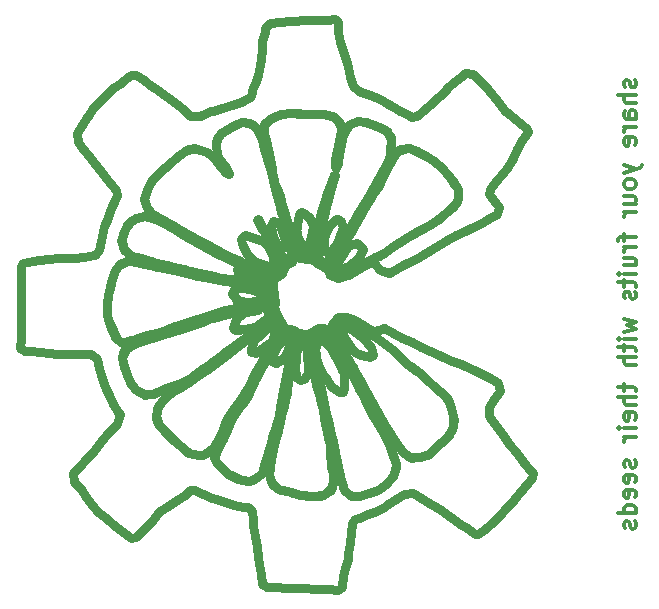
<source format=gbr>
%TF.GenerationSoftware,KiCad,Pcbnew,(6.0.2-0)*%
%TF.CreationDate,2022-03-08T15:03:46+01:00*%
%TF.ProjectId,ESP_aux_breakout,4553505f-6175-4785-9f62-7265616b6f75,rev?*%
%TF.SameCoordinates,Original*%
%TF.FileFunction,Legend,Bot*%
%TF.FilePolarity,Positive*%
%FSLAX46Y46*%
G04 Gerber Fmt 4.6, Leading zero omitted, Abs format (unit mm)*
G04 Created by KiCad (PCBNEW (6.0.2-0)) date 2022-03-08 15:03:46*
%MOMM*%
%LPD*%
G01*
G04 APERTURE LIST*
%ADD10C,0.800000*%
%ADD11C,0.300000*%
G04 APERTURE END LIST*
D10*
X130255364Y-63837758D02*
X129766294Y-64506094D01*
X129654639Y-64797006D01*
X130903533Y-63594026D02*
X130255364Y-63837758D01*
X131548762Y-63685550D02*
X130903533Y-63594026D01*
X133203966Y-64335937D02*
X132436155Y-64012067D01*
X131653522Y-63722734D01*
X131548762Y-63685550D01*
X133716035Y-65196026D02*
X133405281Y-64458631D01*
X133203966Y-64335937D01*
X133657494Y-66440276D02*
X133700082Y-65624335D01*
X133716035Y-65196026D01*
X123324527Y-65988984D02*
X123503280Y-66777728D01*
X123665521Y-67570065D01*
X122962040Y-64632717D02*
X123184352Y-65436224D01*
X123324527Y-65988984D01*
X123457123Y-63436837D02*
X122924296Y-64046168D01*
X122962040Y-64632717D01*
X126122802Y-62976421D02*
X125261585Y-62951424D01*
X124422666Y-63045772D01*
X123614373Y-63344914D01*
X123457123Y-63436837D01*
X127953420Y-63037690D02*
X127152246Y-63027951D01*
X126351325Y-62990596D01*
X126122802Y-62976421D01*
X129445503Y-63875433D02*
X128883194Y-63251105D01*
X128081369Y-63040046D01*
X127953420Y-63037690D01*
X129496521Y-64471801D02*
X129445503Y-63875433D01*
X129022956Y-66831605D02*
X129185329Y-66020307D01*
X129353124Y-65210054D01*
X129496521Y-64471801D01*
X128981041Y-67538173D02*
X129022956Y-66831605D01*
X129083431Y-67566293D02*
X128981041Y-67538173D01*
X129217610Y-67189541D02*
X129083431Y-67566293D01*
X129654639Y-64797006D02*
X129480362Y-65613202D01*
X129342889Y-66438819D01*
X129217610Y-67189541D01*
X123599721Y-68030829D02*
X123448755Y-67563859D01*
X123669814Y-68019811D02*
X123599721Y-68030829D01*
X123665521Y-67570065D02*
X123669814Y-68019811D01*
X119333521Y-64648262D02*
X118897357Y-65322047D01*
X118893611Y-65826063D01*
X121102855Y-63720694D02*
X120331095Y-64000353D01*
X119638885Y-64425223D01*
X119333521Y-64648262D01*
X122393546Y-64269976D02*
X121768559Y-63751171D01*
X121102855Y-63720694D01*
X122810244Y-65209098D02*
X122508085Y-64461981D01*
X122393546Y-64269976D01*
X123448755Y-67563859D02*
X123233675Y-66753071D01*
X123018076Y-65942477D01*
X122810244Y-65209098D01*
X118017445Y-76849411D02*
X117206710Y-76677748D01*
X116398415Y-76493694D01*
X115663221Y-76328051D01*
X120419869Y-77269230D02*
X119593584Y-77126961D01*
X118766826Y-76987446D01*
X118017445Y-76849411D01*
X121372552Y-77482890D02*
X120569687Y-77297575D01*
X120419869Y-77269230D01*
X122675105Y-77839542D02*
X121904138Y-77619542D01*
X121372552Y-77482890D01*
X123590924Y-78425999D02*
X122937123Y-77930958D01*
X122675105Y-77839542D01*
X123432252Y-78891204D02*
X123590924Y-78425999D01*
X120990497Y-79363240D02*
X121830375Y-79203411D01*
X122670300Y-79043927D01*
X123432252Y-78891204D01*
X119671110Y-79631738D02*
X120495768Y-79464250D01*
X120990497Y-79363240D01*
X118135496Y-80100717D02*
X118893717Y-79832593D01*
X119671110Y-79631738D01*
X115775654Y-80862994D02*
X116588692Y-80605359D01*
X117403200Y-80352477D01*
X118135496Y-80100717D01*
X114643140Y-81305298D02*
X115420320Y-80997059D01*
X115775654Y-80862994D01*
X113116272Y-81747357D02*
X113929335Y-81518166D01*
X114643140Y-81305298D01*
X111851670Y-82142515D02*
X112641733Y-81894486D01*
X113116272Y-81747357D01*
X110959969Y-82362608D02*
X111741133Y-82176517D01*
X111851670Y-82142515D01*
X110501034Y-82079322D02*
X110959969Y-82362608D01*
X109748564Y-80364991D02*
X110063313Y-81121933D01*
X110398174Y-81869383D01*
X110501034Y-82079322D01*
X109717146Y-80023507D02*
X109748564Y-80364991D01*
X109726821Y-80022769D02*
X109717146Y-80023507D01*
X123859354Y-69029677D02*
X123653999Y-68245694D01*
X124011447Y-69726351D02*
X123859354Y-69029677D01*
X124656598Y-71993667D02*
X124436852Y-71213724D01*
X124212548Y-70435034D01*
X124011447Y-69726351D01*
X124916357Y-73104636D02*
X124737030Y-72304174D01*
X124656598Y-71993667D01*
X125231767Y-74662218D02*
X125068649Y-73833859D01*
X124916357Y-73104636D01*
X125254711Y-75084279D02*
X125231767Y-74662218D01*
X124820010Y-75294692D02*
X125254711Y-75084279D01*
X123891282Y-74210039D02*
X124338308Y-74883195D01*
X124820010Y-75294692D01*
X123612252Y-73847889D02*
X123891282Y-74210039D01*
X123511625Y-73901519D02*
X123612252Y-73847889D01*
X123700901Y-74343183D02*
X123511625Y-73901519D01*
X124391650Y-75470714D02*
X123959946Y-74766054D01*
X123700901Y-74343183D01*
X123747267Y-76561470D02*
X124425045Y-76123973D01*
X124391650Y-75470714D01*
X122485906Y-76225447D02*
X123249774Y-76504312D01*
X123747267Y-76561470D01*
X119970746Y-75030207D02*
X120754108Y-75408982D01*
X121541741Y-75779140D01*
X122328934Y-76150263D01*
X122485906Y-76225447D01*
X117716960Y-73851941D02*
X118485771Y-74268139D01*
X119260973Y-74672626D01*
X119970746Y-75030207D01*
X115325144Y-72478969D02*
X116072197Y-72908801D01*
X116817363Y-73341959D01*
X117566244Y-73768359D01*
X117716960Y-73851941D01*
X113514530Y-71483325D02*
X114252162Y-71884091D01*
X114987409Y-72289170D01*
X115325144Y-72478969D01*
X112842879Y-70182806D02*
X113073797Y-70953432D01*
X113514530Y-71483325D01*
X113603131Y-68545648D02*
X113165372Y-69218089D01*
X112872876Y-70010857D01*
X112842879Y-70182806D01*
X115048509Y-67145438D02*
X114435056Y-67683930D01*
X113847538Y-68252290D01*
X113603131Y-68545648D01*
X116251530Y-66150134D02*
X115600361Y-66664120D01*
X115048509Y-67145438D01*
X117346969Y-65942330D02*
X116538267Y-65995090D01*
X116251530Y-66150134D01*
X118773744Y-66753361D02*
X118130889Y-66216599D01*
X117346969Y-65942330D01*
X119788512Y-68005683D02*
X119280847Y-67379758D01*
X118773744Y-66753361D01*
X120017409Y-68127392D02*
X119788512Y-68005683D01*
X119585125Y-67343045D02*
X120005302Y-68036616D01*
X120017409Y-68127392D01*
X118893611Y-65826063D02*
X119117912Y-66636908D01*
X119585125Y-67343045D01*
X129575509Y-80421172D02*
X128983282Y-80913747D01*
X130910108Y-80880748D02*
X130150367Y-80520863D01*
X129575509Y-80421172D01*
X132136346Y-81717068D02*
X131455276Y-81230954D01*
X130910108Y-80880748D01*
X132562781Y-81981696D02*
X132136346Y-81717068D01*
X135127686Y-84144059D02*
X134509135Y-83576437D01*
X133891816Y-83007550D01*
X133251205Y-82466326D01*
X132562781Y-81981696D01*
X136160745Y-84972234D02*
X135511251Y-84458825D01*
X135127686Y-84144059D01*
X137418276Y-86110199D02*
X136792893Y-85537271D01*
X136160745Y-84972234D01*
X138300815Y-86908546D02*
X137696322Y-86357425D01*
X137418276Y-86110199D01*
X138828887Y-87923746D02*
X138518730Y-87154293D01*
X138300815Y-86908546D01*
X138996036Y-88618154D02*
X138828887Y-87923746D01*
X138409345Y-90419803D02*
X138884114Y-89768975D01*
X139046672Y-88946485D01*
X138996036Y-88618154D01*
X136940774Y-91797393D02*
X137543791Y-91244220D01*
X138140439Y-90684545D01*
X138409345Y-90419803D01*
X136056386Y-92087884D02*
X136851893Y-91872609D01*
X136940774Y-91797393D01*
X109680450Y-79150991D02*
X109723127Y-79968229D01*
X109726821Y-80022769D01*
X109847093Y-78032915D02*
X109708482Y-78834163D01*
X109680450Y-79150991D01*
X110355848Y-76222094D02*
X110122404Y-77011483D01*
X109904264Y-77804964D01*
X109847093Y-78032915D01*
X111437929Y-75477102D02*
X110672465Y-75762670D01*
X110355848Y-76222094D01*
X114084856Y-75992594D02*
X113266649Y-75782185D01*
X112442194Y-75607786D01*
X111606752Y-75491457D01*
X111437929Y-75477102D01*
X115663221Y-76328051D02*
X114871357Y-76169853D01*
X114084856Y-75992594D01*
X131372494Y-80855606D02*
X132043826Y-81310904D01*
X132202388Y-81412584D01*
X128983282Y-80913747D02*
X129029825Y-81744002D01*
X129241718Y-82288302D01*
X133169551Y-81099546D02*
X133918954Y-81549186D01*
X134687157Y-81962642D01*
X135469929Y-82348161D01*
X136263037Y-82713990D01*
X138638358Y-68251010D02*
X138085658Y-67617436D01*
X137440424Y-67071985D01*
X137348780Y-67003865D01*
X139384275Y-69378820D02*
X138947325Y-68704852D01*
X138638358Y-68251010D01*
X139378437Y-70215576D02*
X139401157Y-69405262D01*
X139384275Y-69378820D01*
X138640083Y-71124707D02*
X139205287Y-70540496D01*
X139378437Y-70215576D01*
X138041512Y-71642366D02*
X138640083Y-71124707D01*
X136359937Y-72726298D02*
X137085318Y-72349395D01*
X137756524Y-71892812D01*
X138041512Y-71642366D01*
X135032390Y-73482548D02*
X135728693Y-73062867D01*
X136359937Y-72726298D01*
X133779881Y-74282434D02*
X134480885Y-73826783D01*
X135032390Y-73482548D01*
X133131969Y-74739740D02*
X133779881Y-74282434D01*
X131936176Y-75348745D02*
X132706225Y-75013754D01*
X133131969Y-74739740D01*
X130600310Y-76024162D02*
X131346742Y-75631943D01*
X131936176Y-75348745D01*
X130110253Y-76212944D02*
X130600310Y-76024162D01*
X129916547Y-76288604D02*
X130110253Y-76212944D01*
X129160801Y-76618775D02*
X129916547Y-76288604D01*
X129131327Y-76550552D02*
X129160801Y-76618775D01*
X134735873Y-91617243D02*
X135419409Y-92098845D01*
X136056386Y-92087884D01*
X133878009Y-90416396D02*
X134332357Y-91114496D01*
X134735873Y-91617243D01*
X132300860Y-87699148D02*
X132738654Y-88466784D01*
X133179156Y-89232884D01*
X133625865Y-89995263D01*
X133878009Y-90416396D01*
X131299705Y-85892234D02*
X131705693Y-86626725D01*
X132110729Y-87361733D01*
X132300860Y-87699148D01*
X137348780Y-67003865D02*
X136673063Y-66552856D01*
X135962692Y-66175104D01*
X135280369Y-65901233D01*
X135280369Y-65901233D02*
X134469607Y-65996475D01*
X134346253Y-66123675D01*
X132202388Y-81412584D02*
X132685276Y-81269463D01*
X132164013Y-69852471D02*
X131720412Y-70554771D01*
X131491799Y-70924883D01*
X132778174Y-68833288D02*
X132361024Y-69536824D01*
X132164013Y-69852471D01*
X133218367Y-67899829D02*
X132878829Y-68631401D01*
X132778174Y-68833288D01*
X134011737Y-66592523D02*
X133581821Y-67282204D01*
X133218367Y-67899829D01*
X134346253Y-66123675D02*
X134011737Y-66592523D01*
X131491799Y-70924883D02*
X131090218Y-71629939D01*
X130957075Y-71865419D01*
X124220609Y-80992080D02*
X123914133Y-80608271D01*
X124094182Y-81576322D02*
X124220609Y-80992080D01*
X123828106Y-82013718D02*
X124094182Y-81576322D01*
X123710715Y-81948919D02*
X123828106Y-82013718D01*
X128677490Y-75901513D02*
X129131327Y-76550552D01*
X129507095Y-74378555D02*
X129082388Y-75073402D01*
X128717907Y-75800126D01*
X128677490Y-75901513D01*
X130320636Y-72963905D02*
X129920245Y-73675241D01*
X129507095Y-74378555D01*
X130957075Y-71865419D02*
X130539183Y-72586167D01*
X130320636Y-72963905D01*
X117816234Y-91868490D02*
X118505706Y-91444634D01*
X118712575Y-91228924D01*
X117356245Y-91899939D02*
X117816234Y-91868490D01*
X116045277Y-91201643D02*
X116668666Y-91716396D01*
X117356245Y-91899939D01*
X115732652Y-90962451D02*
X116045277Y-91201643D01*
X114084893Y-89386224D02*
X114693095Y-89986846D01*
X115316116Y-90572978D01*
X115732652Y-90962451D01*
X113928025Y-88015993D02*
X113817879Y-88820082D01*
X114084893Y-89386224D01*
X114609400Y-87093705D02*
X114040364Y-87696425D01*
X113928025Y-88015993D01*
X115207408Y-86580300D02*
X114609400Y-87093705D01*
X115918069Y-86143985D02*
X115228464Y-86565097D01*
X115207408Y-86580300D01*
X117532100Y-85042122D02*
X116827446Y-85526402D01*
X116120863Y-86007808D01*
X115918069Y-86143985D01*
X119249019Y-83854960D02*
X118556950Y-84344658D01*
X117855566Y-84821648D01*
X117532100Y-85042122D01*
X120417734Y-82905724D02*
X119799766Y-83414196D01*
X119249019Y-83854960D01*
X121453098Y-82173427D02*
X120769702Y-82648951D01*
X120417734Y-82905724D01*
X123122625Y-80958675D02*
X122439098Y-81444295D01*
X121765337Y-81944397D01*
X121453098Y-82173427D01*
X123914133Y-80608271D02*
X123167353Y-80929231D01*
X123122625Y-80958675D01*
X122963331Y-83619894D02*
X123360837Y-82897512D01*
X123670721Y-82336050D01*
X121762824Y-85831495D02*
X122163765Y-85065372D01*
X122581938Y-84307881D01*
X122963331Y-83619894D01*
X120447440Y-87926705D02*
X120954879Y-87240232D01*
X121399321Y-86516651D01*
X121762824Y-85831495D01*
X119527426Y-89666684D02*
X119818904Y-88906536D01*
X120258973Y-88171409D01*
X120447440Y-87926705D01*
X118712575Y-91228924D02*
X119160013Y-90526932D01*
X119495266Y-89770523D01*
X119527426Y-89666684D01*
X123670721Y-82336050D02*
X123622691Y-82280158D01*
X123622691Y-82280158D02*
X123398283Y-82403114D01*
X122277892Y-83237319D02*
X121875533Y-83130803D01*
X123398283Y-82403114D02*
X122733679Y-82899291D01*
X122277892Y-83237319D01*
X132685276Y-81269463D02*
X133169551Y-81099546D01*
X123202987Y-81162560D02*
X123777754Y-81007376D01*
X122129408Y-82139748D02*
X122741942Y-81599463D01*
X123202987Y-81162560D01*
X121875533Y-83130803D02*
X121996809Y-82331821D01*
X122129408Y-82139748D01*
X123869752Y-81542458D02*
X123710715Y-81948919D01*
X133898520Y-93683572D02*
X134172274Y-92903084D01*
X134136266Y-92664745D01*
X131018316Y-95338449D02*
X131854237Y-95127571D01*
X132630361Y-94812807D01*
X133320514Y-94347144D01*
X133898520Y-93683572D01*
X130912154Y-95339328D02*
X131018316Y-95338449D01*
X131813502Y-87766905D02*
X131539052Y-87194097D01*
X132703211Y-89322934D02*
X132251094Y-88614247D01*
X131854064Y-87873126D01*
X131813502Y-87766905D01*
X133652887Y-91182059D02*
X133294475Y-90413019D01*
X132898558Y-89661916D01*
X132703211Y-89322934D01*
X134136266Y-92664745D02*
X133905130Y-91866897D01*
X133652887Y-91182059D01*
X144776466Y-94944231D02*
X144227886Y-95563446D01*
X144043371Y-95768430D01*
X131539052Y-87194097D02*
X131166136Y-86463615D01*
X130788248Y-85735773D01*
X130678011Y-85529040D01*
X123796042Y-91077898D02*
X123626610Y-91866179D01*
X123585098Y-92131263D01*
X124546433Y-88194449D02*
X124372040Y-89015957D01*
X124146608Y-89823027D01*
X123913246Y-90627598D01*
X123796042Y-91077898D01*
X124931453Y-86495387D02*
X124742813Y-87290767D01*
X124564697Y-88087338D01*
X124546433Y-88194449D01*
X125029250Y-85655531D02*
X124936602Y-86469578D01*
X124931453Y-86495387D01*
X125188362Y-84772291D02*
X125041743Y-85572356D01*
X125029250Y-85655531D01*
X125505275Y-83322914D02*
X125322850Y-84137274D01*
X125188362Y-84772291D01*
X125623714Y-83125315D02*
X125505275Y-83322914D01*
X125712384Y-83145605D02*
X125623714Y-83125315D01*
X130383599Y-95338283D02*
X130912141Y-95337718D01*
X129761021Y-94848806D02*
X130383599Y-95338283D01*
X129218650Y-92854640D02*
X129424280Y-93668377D01*
X129652620Y-94476683D01*
X129761021Y-94848806D01*
X128792754Y-90703228D02*
X128953352Y-91509884D01*
X129104915Y-92318494D01*
X129218650Y-92854640D01*
X128172610Y-88082174D02*
X128362909Y-88902018D01*
X128562402Y-89719843D01*
X128756049Y-90538958D01*
X128792754Y-90703228D01*
X127623059Y-85389917D02*
X127797709Y-86230610D01*
X127963964Y-87073143D01*
X128136186Y-87914364D01*
X128172610Y-88082174D01*
X127261165Y-84088417D02*
X127484544Y-84859434D01*
X127623059Y-85389917D01*
X127064947Y-82534593D02*
X127074035Y-83373144D01*
X127261165Y-84088417D01*
X127093531Y-82138975D02*
X127064947Y-82534593D01*
X128041961Y-81525795D02*
X127246493Y-81623815D01*
X127093531Y-82138975D01*
X128918296Y-82544084D02*
X128496479Y-81852851D01*
X128041961Y-81525795D01*
X129868622Y-84096514D02*
X129424612Y-83367966D01*
X128977025Y-82641512D01*
X128918296Y-82544084D01*
X130678011Y-85529040D02*
X130280740Y-84808589D01*
X129868622Y-84096514D01*
X124158582Y-94724310D02*
X124924188Y-94960834D01*
X125225403Y-95047789D01*
X123442206Y-93526397D02*
X123648219Y-94332386D01*
X124158582Y-94724310D01*
X127937057Y-95282771D02*
X128631365Y-94862362D01*
X128736473Y-94600068D01*
X128736473Y-94600068D02*
X128802619Y-93795690D01*
X128800528Y-93477920D01*
X127286008Y-85414517D02*
X127081689Y-84594695D01*
X126880833Y-83773980D01*
X126822642Y-83539693D01*
X127837008Y-87509643D02*
X127630405Y-86723960D01*
X127422203Y-85938694D01*
X127286008Y-85414517D01*
X127953631Y-88077308D02*
X127837008Y-87509643D01*
X128267970Y-89632632D02*
X128101763Y-88806210D01*
X127953631Y-88077308D01*
X128532353Y-91035221D02*
X128394992Y-90244781D01*
X128267970Y-89632632D01*
X128693060Y-92882456D02*
X128627781Y-92073567D01*
X128558695Y-91265330D01*
X128532353Y-91035221D01*
X126713539Y-83279430D02*
X126636306Y-83475210D01*
X126822642Y-83539693D02*
X126713539Y-83279430D01*
X125667527Y-83681849D02*
X125712384Y-83145605D01*
X125677875Y-85259286D02*
X125595967Y-84420555D01*
X125667527Y-83681849D01*
X126060004Y-85527706D02*
X125677875Y-85259286D01*
X126349797Y-85490077D02*
X126060004Y-85527706D01*
X126724037Y-84951996D02*
X126349797Y-85490077D01*
X126636306Y-83475210D02*
X126674538Y-84306994D01*
X126724037Y-84951996D01*
X110966753Y-83675919D02*
X111161241Y-84455103D01*
X111371630Y-85129994D01*
X111663422Y-82635164D02*
X111045340Y-83159934D01*
X110966753Y-83675919D01*
X112665497Y-82219144D02*
X111910905Y-82523274D01*
X111663422Y-82635164D01*
X114509492Y-81662106D02*
X113701912Y-81903449D01*
X112894657Y-82145467D01*
X112665497Y-82219144D01*
X115658901Y-81267531D02*
X114869830Y-81542543D01*
X114509492Y-81662106D01*
X116937625Y-80862360D02*
X116138450Y-81115613D01*
X115658901Y-81267531D01*
X118994531Y-80159684D02*
X118218485Y-80405832D01*
X117450694Y-80681988D01*
X116937625Y-80862360D01*
X121595560Y-79561052D02*
X120778327Y-79729280D01*
X119964004Y-79911849D01*
X119155342Y-80115734D01*
X118994531Y-80159684D01*
X122496882Y-79551928D02*
X121677516Y-79547466D01*
X121595560Y-79561052D01*
X122504984Y-79607930D02*
X122496882Y-79551928D01*
X121563182Y-86936305D02*
X121079182Y-87597498D01*
X120685456Y-88096992D01*
X121620874Y-86847915D02*
X121563182Y-86936305D01*
X123299843Y-83578659D02*
X122911598Y-84282728D01*
X122498313Y-84974025D01*
X122102902Y-85674690D01*
X121768279Y-86406863D01*
X121620874Y-86847915D01*
X124634361Y-81677613D02*
X124093363Y-82359479D01*
X123590106Y-83069508D01*
X123299843Y-83578659D01*
X124993436Y-81461334D02*
X124634361Y-81677613D01*
X125294385Y-81914255D02*
X124993436Y-81461334D01*
X125296274Y-82210666D02*
X125294385Y-81914255D01*
X125379619Y-82671934D02*
X125296274Y-82210666D01*
X125046962Y-83977729D02*
X125245919Y-83202752D01*
X125379619Y-82671934D01*
X124986433Y-84368413D02*
X125046962Y-83977729D01*
X124539952Y-86795436D02*
X124693725Y-85961200D01*
X124847376Y-85126942D01*
X124986433Y-84368413D01*
X124213539Y-88535717D02*
X124376194Y-87722168D01*
X124520113Y-86904332D01*
X124539952Y-86795436D01*
X123815916Y-89896179D02*
X124064490Y-89091272D01*
X124213539Y-88535717D01*
X123771673Y-90020963D02*
X123815916Y-89896179D01*
X123260002Y-91969079D02*
X123474416Y-91179544D01*
X123677282Y-90386684D01*
X123771673Y-90020963D01*
X122770461Y-93410875D02*
X123052064Y-92653000D01*
X123260002Y-91969079D01*
X122313489Y-93854594D02*
X122770461Y-93410875D01*
X121955179Y-94026065D02*
X122313489Y-93854594D01*
X121678967Y-94088209D02*
X121955179Y-94026065D01*
X120055467Y-93543162D02*
X120784539Y-93880178D01*
X121575024Y-94060956D01*
X121678967Y-94088209D01*
X118973113Y-92550382D02*
X119565616Y-93128251D01*
X120055467Y-93543162D01*
X118771875Y-92121838D02*
X118973113Y-92550382D01*
X121929372Y-79699727D02*
X122504984Y-79607930D01*
X120692524Y-80243008D02*
X121360784Y-79787029D01*
X121929372Y-79699727D01*
X120356692Y-81148718D02*
X120621199Y-80373537D01*
X120692524Y-80243008D01*
X120524310Y-81305514D02*
X120356692Y-81148718D01*
X122240112Y-81015065D02*
X121441141Y-81174343D01*
X120632113Y-81290369D01*
X120524310Y-81305514D01*
X122936819Y-80576670D02*
X122240112Y-81015065D01*
X123185572Y-80327608D02*
X122936819Y-80576670D01*
X123253969Y-80369508D02*
X123185572Y-80327608D01*
X123203637Y-80542203D02*
X123253969Y-80369508D01*
X121433466Y-81917634D02*
X122128418Y-81438805D01*
X122774464Y-80902005D01*
X123203637Y-80542203D01*
X120206354Y-82816888D02*
X120846930Y-82319761D01*
X121433466Y-81917634D01*
X119060658Y-83673778D02*
X119704460Y-83190912D01*
X120206354Y-82816888D01*
X118606914Y-84032149D02*
X119060658Y-83673778D01*
X117758013Y-84618434D02*
X118422393Y-84162039D01*
X118606914Y-84032149D01*
X116853422Y-85263262D02*
X117530027Y-84777159D01*
X117758013Y-84618434D01*
X114664338Y-86233391D02*
X115457723Y-85989374D01*
X116213576Y-85666355D01*
X116853422Y-85263262D01*
X113758030Y-86662610D02*
X114488073Y-86291823D01*
X114664338Y-86233391D01*
X112105457Y-86340706D02*
X112825569Y-86756698D01*
X113639169Y-86719376D01*
X113758030Y-86662610D01*
X111371630Y-85129994D02*
X111694035Y-85865373D01*
X112105457Y-86340706D01*
X120685456Y-88096992D02*
X120220625Y-88805898D01*
X119879258Y-89575020D01*
X119547084Y-90348327D01*
X119471697Y-90498560D01*
X120993077Y-73555704D02*
X121341278Y-73278943D01*
X121341278Y-73278943D02*
X122128040Y-73520982D01*
X122899198Y-73801658D01*
X119471697Y-90498560D02*
X119122611Y-91238918D01*
X118924987Y-91689076D01*
X118924987Y-91689076D02*
X118771875Y-92121838D01*
X123424870Y-77550359D02*
X123440021Y-77238060D01*
X123154274Y-77467459D02*
X123424870Y-77550359D01*
X123085492Y-77431229D02*
X123154274Y-77467459D01*
X123077572Y-77505297D02*
X123085492Y-77431229D01*
X119984029Y-75287271D02*
X119226315Y-74981434D01*
X119059098Y-74897319D01*
X120958561Y-75760239D02*
X120230452Y-75399697D01*
X119984029Y-75287271D01*
X122269553Y-76492642D02*
X121532012Y-76080936D01*
X120958561Y-75760239D01*
X122949520Y-76780120D02*
X122269553Y-76492642D01*
X123440021Y-77238060D02*
X122949520Y-76780120D01*
X119059098Y-74897319D02*
X118324872Y-74470890D01*
X117597258Y-74032448D01*
X117259597Y-73833280D01*
X110936690Y-73486711D02*
X111035221Y-74295006D01*
X111579855Y-74939069D01*
X111781552Y-75020238D01*
X112013293Y-71866810D02*
X111421376Y-72425827D01*
X111033569Y-73187160D01*
X110936690Y-73486711D01*
X112925267Y-71668104D02*
X112122261Y-71803692D01*
X112013293Y-71866810D01*
X114503345Y-72252917D02*
X113742442Y-71881995D01*
X112925267Y-71668104D01*
X117259597Y-73833280D02*
X116485840Y-73386316D01*
X115710602Y-72941905D01*
X114934567Y-72498877D01*
X114503345Y-72252917D01*
X113747700Y-75592353D02*
X114567858Y-75790958D01*
X115391171Y-75977180D01*
X116214979Y-76161503D01*
X116379567Y-76199063D01*
X111781552Y-75020238D02*
X112581997Y-75244895D01*
X113377594Y-75490504D01*
X113747700Y-75592353D01*
X125225403Y-95047789D02*
X126060745Y-95255041D01*
X126904784Y-95365815D01*
X127763163Y-95317169D01*
X127937057Y-95282771D01*
X126534720Y-82101491D02*
X125980004Y-81934069D01*
X126732079Y-83187937D02*
X126654669Y-82358932D01*
X126534720Y-82101491D01*
X126655143Y-83210785D02*
X126732079Y-83187937D01*
X122466904Y-77462903D02*
X123077572Y-77505297D01*
X121732199Y-77315387D02*
X122466904Y-77462903D01*
X120940884Y-77136879D02*
X121732199Y-77315387D01*
X119351390Y-76857239D02*
X120146132Y-76997083D01*
X120940884Y-77136879D01*
X117953544Y-76563627D02*
X118738707Y-76734403D01*
X119351390Y-76857239D01*
X116379567Y-76199063D02*
X117166279Y-76382602D01*
X117953544Y-76563627D01*
X126320331Y-82528725D02*
X126543723Y-82798682D01*
X125982689Y-82663489D02*
X126320331Y-82528725D01*
X130912141Y-95337718D02*
X130912154Y-95339328D01*
X123649134Y-79999460D02*
X123676121Y-79858726D01*
X123516805Y-80100628D02*
X123649134Y-79999460D01*
X123416632Y-80000614D02*
X123516805Y-80100628D01*
X123238652Y-79721507D02*
X123416632Y-80000614D01*
X123148725Y-79466237D02*
X123238652Y-79721507D01*
X123394188Y-79445470D02*
X123148725Y-79466237D01*
X123676121Y-79858726D02*
X123394188Y-79445470D01*
X126543723Y-82798682D02*
X126655143Y-83210785D01*
X125254711Y-75084279D02*
X124820010Y-75294692D01*
X125231767Y-74662218D02*
X125254711Y-75084279D01*
X124916357Y-73104636D02*
X125088394Y-73931207D01*
X125231767Y-74662218D01*
X124656598Y-71993667D02*
X124848794Y-72790835D01*
X124916357Y-73104636D01*
X124011447Y-69726351D02*
X124232916Y-70505830D01*
X124457138Y-71284543D01*
X124656598Y-71993667D01*
X123859354Y-69029677D02*
X124011447Y-69726351D01*
X123653999Y-68245694D02*
X123859354Y-69029677D01*
X125756549Y-82956706D02*
X125982689Y-82663489D01*
X125980004Y-81934069D02*
X125705811Y-82700760D01*
X125756549Y-82956706D01*
X123612252Y-73847889D02*
X123511625Y-73901519D01*
X123891282Y-74210039D02*
X123612252Y-73847889D01*
X124820010Y-75294692D02*
X124230848Y-74740644D01*
X123891282Y-74210039D01*
X123700901Y-74343183D02*
X124135756Y-75046127D01*
X124391650Y-75470714D01*
X123511625Y-73901519D02*
X123700901Y-74343183D01*
X122485906Y-76225447D02*
X121699365Y-75852981D01*
X120911444Y-75483396D01*
X120126850Y-75107111D01*
X119970746Y-75030207D01*
X123747267Y-76561470D02*
X122938661Y-76415446D01*
X122485906Y-76225447D01*
X117716960Y-73851941D02*
X116966663Y-73428102D01*
X116221202Y-72995489D01*
X115474974Y-72564185D01*
X115325144Y-72478969D01*
X119970746Y-75030207D02*
X119190251Y-74636337D01*
X118415606Y-74230787D01*
X117716960Y-73851941D01*
X113514530Y-71483325D02*
X112998592Y-70806307D01*
X112842879Y-70182806D01*
X116251530Y-66150134D02*
X117027167Y-65912328D01*
X117346969Y-65942330D01*
X115048509Y-67145438D02*
X115675518Y-66601717D01*
X116251530Y-66150134D01*
X113603131Y-68545648D02*
X114156732Y-67937953D01*
X114766301Y-67395089D01*
X115048509Y-67145438D01*
X112842879Y-70182806D02*
X113089930Y-69369094D01*
X113533324Y-68639380D01*
X113603131Y-68545648D01*
X118773744Y-66753361D02*
X119280847Y-67379758D01*
X119788512Y-68005683D01*
X123665521Y-67570065D02*
X123503280Y-66777728D01*
X123324527Y-65988984D01*
X123669814Y-68019811D02*
X123665521Y-67570065D01*
X123599721Y-68030829D02*
X123669814Y-68019811D01*
X123448755Y-67563859D02*
X123599721Y-68030829D01*
X122810244Y-65209098D02*
X123038053Y-66016055D01*
X123253046Y-66826831D01*
X123448755Y-67563859D01*
X122393546Y-64269976D02*
X122741113Y-64994931D01*
X122810244Y-65209098D01*
X121102855Y-63720694D02*
X121931460Y-63824440D01*
X122393546Y-64269976D01*
X119333521Y-64648262D02*
X120004509Y-64183222D01*
X120733845Y-63826650D01*
X121102855Y-63720694D01*
X118893611Y-65826063D02*
X119001668Y-65025642D01*
X119333521Y-64648262D01*
X119585125Y-67343045D02*
X119117912Y-66636908D01*
X118893611Y-65826063D01*
X120017409Y-68127392D02*
X119641279Y-67403486D01*
X119585125Y-67343045D01*
X119788512Y-68005683D02*
X120017409Y-68127392D01*
X130903533Y-63594026D02*
X131548762Y-63685550D01*
X130255364Y-63837758D02*
X130903533Y-63594026D01*
X129654639Y-64797006D02*
X130044686Y-64083165D01*
X130255364Y-63837758D01*
X129217610Y-67189541D02*
X129354873Y-66363624D01*
X129494108Y-65538470D01*
X129654639Y-64797006D01*
X129083431Y-67566293D02*
X129217610Y-67189541D01*
X128981041Y-67538173D02*
X129083431Y-67566293D01*
X129022956Y-66831605D02*
X128981041Y-67538173D01*
X129496521Y-64471801D02*
X129338079Y-65283751D01*
X129170096Y-66093973D01*
X129022956Y-66831605D01*
X129445503Y-63875433D02*
X129496521Y-64471801D01*
X127953420Y-63037690D02*
X128782047Y-63200847D01*
X129403677Y-63776768D01*
X129445503Y-63875433D01*
X126122802Y-62976421D02*
X126923303Y-63019606D01*
X127724598Y-63038379D01*
X127953420Y-63037690D01*
X123457123Y-63436837D02*
X124258291Y-63086483D01*
X125091751Y-62958012D01*
X125949174Y-62965975D01*
X126122802Y-62976421D01*
X122962040Y-64632717D02*
X123016233Y-63834054D01*
X123457123Y-63436837D01*
X123324527Y-65988984D02*
X123115645Y-65182069D01*
X122962040Y-64632717D01*
X133203966Y-64335937D02*
X133706229Y-64979428D01*
X133716035Y-65196026D01*
X131548762Y-63685550D02*
X132332371Y-63971987D01*
X133102922Y-64289945D01*
X133203966Y-64335937D01*
X131789002Y-70021019D02*
X131379989Y-70727163D01*
X130960599Y-71427535D01*
X130768739Y-71751764D01*
X133449056Y-66976518D02*
X133037723Y-67739658D01*
X132624754Y-68501924D01*
X132208922Y-69262613D01*
X131789002Y-70021019D01*
X133657494Y-66440276D02*
X133449056Y-66976518D01*
X133716035Y-65196026D02*
X133687721Y-66013734D01*
X133657494Y-66440276D01*
X128836966Y-75061797D02*
X128186470Y-75569765D01*
X128134943Y-75590439D01*
X129184411Y-74469452D02*
X128836966Y-75061797D01*
X130768739Y-71751764D02*
X130322420Y-72515688D01*
X129877060Y-73280173D01*
X129431906Y-74044780D01*
X129184411Y-74469452D01*
X129018584Y-68212824D02*
X128923195Y-68167024D01*
X128845487Y-68712732D02*
X129018584Y-68212824D01*
X128699635Y-69050687D02*
X128845487Y-68712732D01*
X128269162Y-70742343D02*
X128463417Y-69947574D01*
X128671587Y-69156121D01*
X128699635Y-69050687D01*
X127719477Y-73270537D02*
X127888748Y-72479907D01*
X128058583Y-71689400D01*
X128233266Y-70900002D01*
X128269162Y-70742343D01*
X127574799Y-73970356D02*
X127719477Y-73270537D01*
X127615927Y-75364673D02*
X127452260Y-74577640D01*
X127574799Y-73970356D01*
X128134943Y-75590439D02*
X127615927Y-75364673D01*
X128067082Y-70513506D02*
X127827223Y-71301988D01*
X127661730Y-72105795D01*
X127580455Y-72649490D01*
X128804052Y-68336714D02*
X128531518Y-69154452D01*
X128258393Y-69971914D01*
X128067082Y-70513506D01*
X128923195Y-68167024D02*
X128804052Y-68336714D01*
X126805349Y-74913352D02*
X125988631Y-74876457D01*
X125968423Y-74852095D01*
X127269321Y-74122125D02*
X126878208Y-74825108D01*
X126805349Y-74913352D01*
X127580455Y-72649490D02*
X127445677Y-73439025D01*
X127269321Y-74122125D01*
X123770127Y-68215793D02*
X123653999Y-68245694D01*
X123940389Y-69027858D02*
X123775372Y-68241187D01*
X123770127Y-68215793D01*
X124046653Y-69321340D02*
X123940389Y-69027858D01*
X124230130Y-69730930D02*
X124046653Y-69321340D01*
X124523908Y-70744231D02*
X124295124Y-69952470D01*
X124230130Y-69730930D01*
X125152794Y-73149194D02*
X124996304Y-72306803D01*
X124770449Y-71482918D01*
X124523908Y-70744231D01*
X125269620Y-73404935D02*
X125152794Y-73149194D01*
X125447057Y-73736301D02*
X125269620Y-73404935D01*
X125968423Y-74852095D02*
X125552723Y-74156687D01*
X125447057Y-73736301D01*
X123496875Y-75968156D02*
X123847022Y-75416230D01*
X122899198Y-73801658D02*
X122128040Y-73520982D01*
X121341278Y-73278943D01*
X123611924Y-74688706D02*
X123216956Y-73984935D01*
X122899198Y-73801658D01*
X123847022Y-75416230D02*
X123611924Y-74688706D01*
X121130050Y-73979282D02*
X121357714Y-74542000D01*
X120993077Y-73555704D02*
X121130050Y-73979282D01*
X121341278Y-73278943D02*
X120993077Y-73555704D01*
X129896754Y-80175036D02*
X130668987Y-80430402D01*
X131372494Y-80855606D01*
X122042529Y-75366759D02*
X122323345Y-75515279D01*
X121357714Y-74542000D02*
X121799703Y-75221005D01*
X122042529Y-75366759D01*
X129250096Y-73770422D02*
X129531668Y-73016635D01*
X129658843Y-72627174D01*
X128664720Y-74610008D02*
X129145664Y-73967713D01*
X129250096Y-73770422D01*
X128190080Y-74692050D02*
X128664720Y-74610008D01*
X128023900Y-74356827D02*
X128190080Y-74692050D01*
X128511394Y-72472162D02*
X128152037Y-73192398D01*
X128012009Y-74039928D01*
X128023900Y-74356827D01*
X129161642Y-71912762D02*
X128542058Y-72430084D01*
X128511394Y-72472162D01*
X129517156Y-72051222D02*
X129161642Y-71912762D01*
X129658843Y-72627174D02*
X129517156Y-72051222D01*
X126764736Y-74112043D02*
X127000903Y-73321255D01*
X127106025Y-72506267D01*
X126313466Y-74198322D02*
X126764736Y-74112043D01*
X125749224Y-72386568D02*
X125722216Y-73201139D01*
X126072036Y-73962215D01*
X126313466Y-74198322D01*
X125945333Y-71506138D02*
X125765350Y-72303553D01*
X125749224Y-72386568D01*
X126096839Y-71290816D02*
X125945333Y-71506138D01*
X126364105Y-71392484D02*
X126096839Y-71290816D01*
X126560799Y-71564997D02*
X126364105Y-71392484D01*
X127106025Y-72506267D02*
X126821641Y-71727350D01*
X126560799Y-71564997D01*
X122323345Y-75515279D02*
X123093041Y-75813570D01*
X123496875Y-75968156D01*
X124736585Y-73701783D02*
X124540186Y-72918999D01*
X124213384Y-72282778D01*
X124213384Y-72282778D02*
X123760051Y-72050741D01*
X123760051Y-72050741D02*
X123566005Y-72502043D01*
X124730375Y-74177543D02*
X124736585Y-73701783D01*
X124598911Y-74342647D02*
X124730375Y-74177543D01*
X124136201Y-74186225D02*
X124598911Y-74342647D01*
X123566005Y-72502043D02*
X123720830Y-73329302D01*
X124081122Y-74087791D01*
X124136201Y-74186225D01*
X122473902Y-71942197D02*
X122390398Y-71999369D01*
X109726821Y-80022769D02*
X109677549Y-79205083D01*
X109680450Y-79150991D01*
X123269019Y-73301158D02*
X122846614Y-72579210D01*
X122473902Y-71942197D01*
X123204834Y-73340842D02*
X123269019Y-73301158D01*
X122390398Y-71999369D02*
X122823067Y-72712025D01*
X123204834Y-73340842D01*
X109680450Y-79150991D02*
X109780470Y-78343584D01*
X109847093Y-78032915D01*
X114084856Y-75992594D02*
X114871357Y-76169853D01*
X115663221Y-76328051D01*
X111437929Y-75477102D02*
X112276136Y-75579169D01*
X113102409Y-75743719D01*
X113921487Y-75948690D01*
X114084856Y-75992594D01*
X110355848Y-76222094D02*
X110897073Y-75608272D01*
X111437929Y-75477102D01*
X109847093Y-78032915D02*
X110057784Y-77237621D01*
X110288564Y-76447420D01*
X110355848Y-76222094D01*
X115663221Y-76328051D02*
X116471873Y-76510550D01*
X117280268Y-76694088D01*
X118017445Y-76849411D01*
X122675105Y-77839542D02*
X123407253Y-78208125D01*
X123590924Y-78425999D01*
X121372552Y-77482890D02*
X122148799Y-77685199D01*
X122675105Y-77839542D01*
X120419869Y-77269230D02*
X121224602Y-77445638D01*
X121372552Y-77482890D01*
X118017445Y-76849411D02*
X118841923Y-77000440D01*
X119668767Y-77139538D01*
X120419869Y-77269230D01*
X123590924Y-78425999D02*
X123432252Y-78891204D01*
X110959969Y-82362608D02*
X110501034Y-82079322D01*
X111851670Y-82142515D02*
X111072458Y-82352179D01*
X110959969Y-82362608D01*
X113116272Y-81747357D02*
X112326175Y-81995267D01*
X111851670Y-82142515D01*
X114643140Y-81305298D02*
X113833585Y-81544795D01*
X113116272Y-81747357D01*
X115775654Y-80862994D02*
X114998863Y-81172706D01*
X114643140Y-81305298D01*
X118135496Y-80100717D02*
X117329388Y-80376083D01*
X116514550Y-80628119D01*
X115775654Y-80862994D01*
X119671110Y-79631738D02*
X118893717Y-79832593D01*
X118135496Y-80100717D01*
X120990497Y-79363240D02*
X120166301Y-79533388D01*
X119671110Y-79631738D01*
X123432252Y-78891204D02*
X122593993Y-79058662D01*
X121753991Y-79217783D01*
X120990497Y-79363240D01*
X120729918Y-77776164D02*
X120315611Y-77992231D01*
X121231915Y-77768001D02*
X120729918Y-77776164D01*
X109717146Y-80023507D02*
X109726821Y-80022769D01*
X109748564Y-80364991D02*
X109717146Y-80023507D01*
X110501034Y-82079322D02*
X110155845Y-81337045D01*
X109837894Y-80581447D01*
X109748564Y-80364991D01*
X122332056Y-78840235D02*
X122852309Y-78682097D01*
X120859433Y-78883338D02*
X121689462Y-78937212D01*
X122332056Y-78840235D01*
X120315611Y-77992231D02*
X120598955Y-78740600D01*
X120859433Y-78883338D01*
X123027894Y-78440666D02*
X122910303Y-78262334D01*
X122852309Y-78682097D02*
X123027894Y-78440666D01*
X124454096Y-76581784D02*
X123897031Y-76874776D01*
X123750740Y-77169333D02*
X123726018Y-77725127D01*
X142032965Y-87790932D02*
X142025150Y-88600827D01*
X142177722Y-88838336D01*
X142940316Y-86502577D02*
X142446668Y-87178625D01*
X142032965Y-87790932D01*
X144989117Y-92528484D02*
X145519584Y-93148717D01*
X145724271Y-93393789D01*
X133449056Y-66976518D02*
X133657494Y-66440276D01*
X131789002Y-70021019D02*
X132208922Y-69262613D01*
X132624754Y-68501924D01*
X133037723Y-67739658D01*
X133449056Y-66976518D01*
X103971335Y-75370804D02*
X104773472Y-75284700D01*
X105577592Y-75216510D01*
X105948995Y-75189336D01*
X102588315Y-75611020D02*
X103408248Y-75458028D01*
X103971335Y-75370804D01*
X102372562Y-75895008D02*
X102588315Y-75611020D01*
X102395550Y-76371413D02*
X102372562Y-75895008D01*
X145705046Y-93836524D02*
X145177890Y-94454929D01*
X144776466Y-94944231D01*
X102358244Y-82818639D02*
X102367386Y-81961115D01*
X102393535Y-81105096D01*
X102411772Y-80861475D01*
X102743104Y-83113768D02*
X102358244Y-82818639D01*
X103291830Y-83110953D02*
X102743104Y-83113768D01*
X104793360Y-83279052D02*
X103995410Y-83195495D01*
X103291830Y-83110953D01*
X106221065Y-83298879D02*
X105417307Y-83296447D01*
X104793360Y-83279052D01*
X108362187Y-83358689D02*
X107559251Y-83342102D01*
X106756374Y-83314701D01*
X106221065Y-83298879D01*
X108869140Y-83723677D02*
X108362187Y-83358689D01*
X109226730Y-85331401D02*
X109042737Y-84528990D01*
X108869140Y-83723677D01*
X110651992Y-88256438D02*
X110233861Y-87555688D01*
X109835682Y-86844141D01*
X109489343Y-86107483D01*
X109226730Y-85331401D01*
X110563829Y-89241059D02*
X110770168Y-88452890D01*
X110651992Y-88256438D01*
X110352306Y-89442067D02*
X110563829Y-89241059D01*
X109751870Y-90039309D02*
X110333314Y-89460531D01*
X110352306Y-89442067D01*
X108791705Y-91265816D02*
X109305145Y-90617454D01*
X109751870Y-90039309D01*
X106841188Y-93399275D02*
X107394103Y-92803109D01*
X107945692Y-92205705D01*
X108491974Y-91603610D01*
X108791705Y-91265816D01*
X106885781Y-94163938D02*
X106841188Y-93399275D01*
X107455411Y-94790431D02*
X106905460Y-94181647D01*
X106885781Y-94163938D01*
X109561747Y-97219702D02*
X108964303Y-96677640D01*
X108404515Y-96099737D01*
X107896758Y-95474498D01*
X107455411Y-94790431D01*
X111699204Y-98871878D02*
X111021514Y-98367290D01*
X110347341Y-97858068D01*
X109690016Y-97329167D01*
X109561747Y-97219702D01*
X112115559Y-98830962D02*
X111699204Y-98871878D01*
X112868098Y-98025556D02*
X112292056Y-98618638D01*
X112115559Y-98830962D01*
X114017903Y-96804298D02*
X113520876Y-97487753D01*
X112868098Y-98025556D01*
X114099718Y-96701172D02*
X114017903Y-96804298D01*
X115584435Y-95728725D02*
X114889604Y-96186232D01*
X114192434Y-96640272D01*
X114099718Y-96701172D01*
X116257280Y-95229570D02*
X115606132Y-95714117D01*
X115584435Y-95728725D01*
X116722236Y-94843971D02*
X116257280Y-95229570D01*
X117034241Y-94843267D02*
X116722236Y-94843971D01*
X142177722Y-88838336D02*
X142699130Y-89534524D01*
X143224061Y-90228095D01*
X143751725Y-90919623D01*
X144281328Y-91609685D01*
X144812081Y-92298858D01*
X144989117Y-92528484D01*
X128699635Y-69050687D02*
X128490677Y-69841920D01*
X128293750Y-70636076D01*
X128269162Y-70742343D01*
X128845487Y-68712732D02*
X128699635Y-69050687D01*
X129018584Y-68212824D02*
X128845487Y-68712732D01*
X128923195Y-68167024D02*
X129018584Y-68212824D01*
X128804052Y-68336714D02*
X128923195Y-68167024D01*
X128067082Y-70513506D02*
X128350613Y-69699861D01*
X128621539Y-68881580D01*
X128804052Y-68336714D01*
X127580455Y-72649490D02*
X127710164Y-71836243D01*
X127897687Y-71037389D01*
X128067082Y-70513506D01*
X127269321Y-74122125D02*
X127474071Y-73300373D01*
X127580455Y-72649490D01*
X126805349Y-74913352D02*
X127232147Y-74228768D01*
X127269321Y-74122125D01*
X125968423Y-74852095D02*
X126762251Y-74957597D01*
X126805349Y-74913352D01*
X125447057Y-73736301D02*
X125723189Y-74501384D01*
X125968423Y-74852095D01*
X125269620Y-73404935D02*
X125447057Y-73736301D01*
X125152794Y-73149194D02*
X125269620Y-73404935D01*
X124523908Y-70744231D02*
X124793255Y-71557232D01*
X125013735Y-72382517D01*
X125152794Y-73149194D01*
X124230130Y-69730930D02*
X124452777Y-70525055D01*
X124523908Y-70744231D01*
X124046653Y-69321340D02*
X124230130Y-69730930D01*
X123940389Y-69027858D02*
X124046653Y-69321340D01*
X123770127Y-68215793D02*
X123934600Y-69002588D01*
X123940389Y-69027858D01*
X123653999Y-68245694D02*
X123770127Y-68215793D01*
X125366898Y-75538882D02*
X124824473Y-75744427D01*
X125516874Y-75102043D02*
X125366898Y-75538882D01*
X125577330Y-74941406D02*
X125516874Y-75102043D01*
X125719162Y-75028004D02*
X125577330Y-74941406D01*
X126763011Y-75266053D02*
X125938416Y-75243651D01*
X125719162Y-75028004D01*
X127424077Y-75461798D02*
X126763011Y-75266053D01*
X127491714Y-75605002D02*
X127424077Y-75461798D01*
X128064594Y-75933038D02*
X127491714Y-75605002D01*
X128368271Y-76179661D02*
X128064594Y-75933038D01*
X128532305Y-76656295D02*
X128368271Y-76179661D01*
X130072775Y-76676057D02*
X129261170Y-76883625D01*
X128532305Y-76656295D01*
X131861087Y-75621844D02*
X131142820Y-76072278D01*
X130420829Y-76509511D01*
X130072775Y-76676057D01*
X132265390Y-75625856D02*
X131861087Y-75621844D01*
X132807839Y-76241977D02*
X132265390Y-75625856D01*
X133588255Y-76473338D02*
X132807839Y-76241977D01*
X134607992Y-75887082D02*
X133910742Y-76298186D01*
X133588255Y-76473338D01*
X136529486Y-74886850D02*
X135811756Y-75266995D01*
X135088182Y-75636581D01*
X134607992Y-75887082D01*
X137617017Y-74195615D02*
X136939973Y-74632595D01*
X136529486Y-74886850D01*
X140030735Y-72889482D02*
X139271927Y-73289192D01*
X138517164Y-73696648D01*
X137766609Y-74111704D01*
X137617017Y-74195615D01*
X141258464Y-72326735D02*
X140528020Y-72658039D01*
X140030735Y-72889482D01*
X142687618Y-71519860D02*
X141975648Y-71928466D01*
X141258464Y-72326735D01*
X142857041Y-70910209D02*
X142687618Y-71519860D01*
X142062656Y-69802701D02*
X142522217Y-70471520D01*
X142857041Y-70910209D01*
X142076894Y-69472115D02*
X142062656Y-69802701D01*
X143180404Y-68021975D02*
X142666075Y-68703927D01*
X142146216Y-69381748D01*
X142076894Y-69472115D01*
X143977667Y-66875656D02*
X143534334Y-67570290D01*
X143180404Y-68021975D01*
X145311785Y-64573177D02*
X144830729Y-65254885D01*
X144411804Y-65971595D01*
X144045464Y-66721748D01*
X143977667Y-66875656D01*
X145264850Y-64311499D02*
X145311785Y-64573177D01*
X144693164Y-63807188D02*
X145264850Y-64311499D01*
X143614051Y-62924497D02*
X144261088Y-63439939D01*
X144693164Y-63807188D01*
X142855949Y-62099305D02*
X143363564Y-62724820D01*
X143614051Y-62924497D01*
X142153238Y-61121321D02*
X142659788Y-61777617D01*
X142855949Y-62099305D01*
X140672998Y-59641011D02*
X141280804Y-60236484D01*
X141883512Y-60836566D01*
X142153238Y-61121321D01*
X140029968Y-59573675D02*
X140672998Y-59641011D01*
X138472908Y-60841983D02*
X139101879Y-60322183D01*
X139734577Y-59807086D01*
X140029968Y-59573675D01*
X138359006Y-60985054D02*
X138472908Y-60841983D01*
X137947988Y-61413799D02*
X138359006Y-60985054D01*
X137617341Y-61673235D02*
X137947988Y-61413799D01*
X135966295Y-63158516D02*
X136589034Y-62605702D01*
X137205574Y-62045732D01*
X137617341Y-61673235D01*
X135423739Y-63251297D02*
X135966295Y-63158516D01*
X133821878Y-62338705D02*
X134513359Y-62752289D01*
X135222051Y-63139499D01*
X135423739Y-63251297D01*
X131226197Y-61183552D02*
X131995856Y-61418959D01*
X132812802Y-61764172D01*
X133517253Y-62147205D01*
X133821878Y-62338705D01*
X130533339Y-60629458D02*
X131140413Y-61159963D01*
X131226197Y-61183552D01*
X130078469Y-59060968D02*
X130302488Y-59846233D01*
X130533339Y-60629458D01*
X129529909Y-57138662D02*
X129767079Y-57914653D01*
X129978691Y-58699438D01*
X130078469Y-59060968D01*
X129216590Y-55231726D02*
X129239325Y-56083760D01*
X129451627Y-56905278D01*
X129529909Y-57138662D01*
X128955238Y-54946809D02*
X129216590Y-55231726D01*
X128300796Y-55039474D02*
X128955238Y-54946809D01*
X125544235Y-55113594D02*
X126405413Y-55085123D01*
X127266998Y-55066032D01*
X128128534Y-55044935D01*
X128300796Y-55039474D01*
X123463867Y-55268567D02*
X124308086Y-55192404D01*
X125153658Y-55133187D01*
X125544235Y-55113594D01*
X123076807Y-55761246D02*
X123463867Y-55268567D01*
X123057301Y-55945183D02*
X123076807Y-55761246D01*
X122844572Y-56865654D02*
X123029447Y-56060130D01*
X123057301Y-55945183D01*
X122713998Y-58343956D02*
X122775167Y-57510988D01*
X122844572Y-56865654D01*
X122193346Y-60496142D02*
X122454236Y-59704253D01*
X122646635Y-58897388D01*
X122713998Y-58343956D01*
X121849548Y-61499100D02*
X122092056Y-60705883D01*
X122193346Y-60496142D01*
X121790703Y-61610250D02*
X121849548Y-61499100D01*
X121220822Y-61938327D02*
X121790703Y-61610250D01*
X120234570Y-62234669D02*
X121008307Y-62011637D01*
X121220822Y-61938327D01*
X118693592Y-62720767D02*
X119461889Y-62471222D01*
X120234570Y-62234669D01*
X117742824Y-63115164D02*
X118482107Y-62797503D01*
X118693592Y-62720767D01*
X116728449Y-63156826D02*
X117552369Y-63194810D01*
X117742824Y-63115164D01*
X116099765Y-62629955D02*
X116728449Y-63156826D01*
X115026416Y-61706742D02*
X115668906Y-62248060D01*
X116099765Y-62629955D01*
X113765869Y-60841255D02*
X114442066Y-61292506D01*
X115026416Y-61706742D01*
X112102017Y-59714117D02*
X112781198Y-60167027D01*
X113454914Y-60628345D01*
X113765869Y-60841255D01*
X111775662Y-59702381D02*
X112102017Y-59714117D01*
X110930212Y-60286940D02*
X111585585Y-59821963D01*
X111775662Y-59702381D01*
X110197790Y-60853154D02*
X110838286Y-60357577D01*
X110930212Y-60286940D01*
X109507762Y-61451234D02*
X110122955Y-60899161D01*
X110197790Y-60853154D01*
X109080152Y-61879407D02*
X109507762Y-61451234D01*
X108057797Y-63144355D02*
X108531288Y-62490752D01*
X109080152Y-61879407D01*
X107161827Y-64641864D02*
X107613131Y-63958940D01*
X108005944Y-63240916D01*
X108057797Y-63144355D01*
X107194184Y-65389111D02*
X107161827Y-64641864D01*
X108683956Y-67212815D02*
X108176620Y-66582066D01*
X107663788Y-65955710D01*
X107194184Y-65389111D01*
X109575063Y-68395816D02*
X109076203Y-67728432D01*
X108683956Y-67212815D01*
X110432746Y-69469788D02*
X109925208Y-68830952D01*
X109575063Y-68395816D01*
X110503905Y-69832273D02*
X110432746Y-69469788D01*
X110248346Y-70462953D02*
X110503905Y-69832273D01*
X109764146Y-71766718D02*
X110053437Y-70993367D01*
X110248346Y-70462953D01*
X109409620Y-72533795D02*
X109754091Y-71791181D01*
X109764146Y-71766718D01*
X109046391Y-74541831D02*
X109183624Y-73723775D01*
X109330662Y-72907868D01*
X109409620Y-72533795D01*
X108711456Y-74938001D02*
X109046391Y-74541831D01*
X106929255Y-75181401D02*
X107765907Y-75078227D01*
X108600287Y-74954836D01*
X108711456Y-74938001D01*
X105948995Y-75189336D02*
X106777064Y-75191578D01*
X106929255Y-75181401D01*
X130768739Y-71751764D02*
X131186576Y-71050489D01*
X131602714Y-70348323D01*
X131789002Y-70021019D01*
X129184411Y-74469452D02*
X129629775Y-73704968D01*
X130074928Y-72940361D01*
X130520621Y-72176070D01*
X130768739Y-71751764D01*
X128836966Y-75061797D02*
X129184411Y-74469452D01*
X128134943Y-75590439D02*
X128806949Y-75114024D01*
X128836966Y-75061797D01*
X127615927Y-75364673D02*
X128134943Y-75590439D01*
X127574799Y-73970356D02*
X127437756Y-74794419D01*
X127615927Y-75364673D01*
X127719477Y-73270537D02*
X127574799Y-73970356D01*
X128269162Y-70742343D02*
X128092995Y-71531400D01*
X127922532Y-72321764D01*
X127753491Y-73112448D01*
X127719477Y-73270537D01*
X141570192Y-85107707D02*
X142309304Y-85488466D01*
X142815918Y-85747149D01*
X140025528Y-84354007D02*
X140753705Y-84698246D01*
X141474161Y-85059533D01*
X141570192Y-85107707D01*
X142815918Y-85747149D02*
X142940316Y-86502577D01*
X138142661Y-83567539D02*
X138907800Y-83886650D01*
X139674573Y-84201896D01*
X140025528Y-84354007D01*
X136263037Y-82713990D02*
X137025741Y-83062841D01*
X137788679Y-83411080D01*
X138142661Y-83567539D01*
X118566734Y-95505751D02*
X117797413Y-95183554D01*
X117034241Y-94843267D01*
X120481641Y-96105935D02*
X119699809Y-95873133D01*
X118921775Y-95629380D01*
X118566734Y-95505751D01*
X121170535Y-96281287D02*
X120481641Y-96105935D01*
X121644354Y-96313771D02*
X121170535Y-96281287D01*
X121937963Y-96615855D02*
X121644354Y-96313771D01*
X122013072Y-97404859D02*
X121937963Y-96615855D01*
X102377847Y-77718410D02*
X102382305Y-76876973D01*
X102395550Y-76371413D01*
X102429110Y-79265845D02*
X102429091Y-78438713D01*
X102377847Y-77718410D01*
X102411772Y-80861475D02*
X102419463Y-80057823D01*
X102429110Y-79265845D01*
X124760968Y-81117695D02*
X125548473Y-81290960D01*
X125649325Y-81448422D01*
X124824473Y-75744427D02*
X124515966Y-76485528D01*
X124454096Y-76581784D01*
X131299705Y-85892234D02*
X130894158Y-85180649D01*
X130485987Y-84470530D01*
X130431917Y-84375649D01*
X132300860Y-87699148D02*
X131891982Y-86966331D01*
X131488011Y-86230706D01*
X131299705Y-85892234D01*
X133878009Y-90416396D02*
X133426337Y-89657027D01*
X132982819Y-88892725D01*
X132543953Y-88125672D01*
X132300860Y-87699148D01*
X134735873Y-91617243D02*
X134226164Y-90962681D01*
X133878009Y-90416396D01*
X136056386Y-92087884D02*
X135253538Y-92030070D01*
X134735873Y-91617243D01*
X122910303Y-78262334D02*
X122153371Y-77929348D01*
X121350378Y-77752329D01*
X121231915Y-77768001D01*
X135127686Y-84144059D02*
X135773918Y-84660847D01*
X136160745Y-84972234D01*
X132562781Y-81981696D02*
X133251205Y-82466326D01*
X133891816Y-83007550D01*
X134509135Y-83576437D01*
X135127686Y-84144059D01*
X132136346Y-81717068D02*
X132562781Y-81981696D01*
X130910108Y-80880748D02*
X131606624Y-81338892D01*
X132136346Y-81717068D01*
X129575509Y-80421172D02*
X130357562Y-80599279D01*
X130910108Y-80880748D01*
X128983282Y-80913747D02*
X129575509Y-80421172D01*
X137418276Y-86110199D02*
X138030035Y-86653973D01*
X138300815Y-86908546D01*
X136160745Y-84972234D02*
X136792893Y-85537271D01*
X137418276Y-86110199D01*
X138996036Y-88618154D02*
X139004380Y-89433128D01*
X138622758Y-90181187D01*
X138409345Y-90419803D01*
X138828887Y-87923746D02*
X138996036Y-88618154D01*
X138300815Y-86908546D02*
X138757207Y-87594106D01*
X138828887Y-87923746D01*
X127991408Y-81117239D02*
X128287321Y-81270810D01*
X123926796Y-78978445D02*
X123868099Y-79264646D01*
X138409345Y-90419803D02*
X137820904Y-90987644D01*
X137218885Y-91541914D01*
X136940774Y-91797393D01*
X130431917Y-84375649D02*
X130839664Y-85086008D01*
X131246151Y-85797064D01*
X131299705Y-85892234D01*
X129241718Y-82288302D02*
X129659764Y-83000381D01*
X130064257Y-83720723D01*
X130431917Y-84375649D01*
X129648701Y-81256082D02*
X129655341Y-81695772D01*
X129994911Y-81024883D02*
X129648701Y-81256082D01*
X136940774Y-91797393D02*
X136193800Y-92093808D01*
X136056386Y-92087884D01*
X132196677Y-83431377D02*
X132026904Y-82781938D01*
X131971153Y-83605092D02*
X132196677Y-83431377D01*
X130770925Y-83262214D02*
X131549945Y-83525407D01*
X131971153Y-83605092D01*
X130142777Y-82571640D02*
X130677969Y-83187864D01*
X130770925Y-83262214D01*
X129655341Y-81695772D02*
X130061573Y-82403207D01*
X130142777Y-82571640D01*
X123777754Y-81007376D02*
X123869752Y-81542458D01*
X131334279Y-81940328D02*
X130703707Y-81430725D01*
X130634754Y-81382902D01*
X132026904Y-82781938D02*
X131522723Y-82137901D01*
X131334279Y-81940328D01*
X128677490Y-75901513D02*
X129028836Y-75167612D01*
X129449416Y-74470752D01*
X129507095Y-74378555D01*
X130957075Y-71865419D02*
X131355077Y-71158177D01*
X131491799Y-70924883D01*
X130320636Y-72963905D02*
X130738665Y-72243232D01*
X130957075Y-71865419D01*
X129507095Y-74378555D02*
X129920245Y-73675241D01*
X130320636Y-72963905D01*
X132164013Y-69852471D02*
X132594282Y-69156178D01*
X132778174Y-68833288D01*
X131491799Y-70924883D02*
X131932300Y-70220748D01*
X132164013Y-69852471D01*
X139384275Y-69378820D02*
X139390432Y-70190684D01*
X139378437Y-70215576D01*
X138638358Y-68251010D02*
X139084987Y-68917885D01*
X139384275Y-69378820D01*
X137348780Y-67003865D02*
X138004413Y-67540451D01*
X138570933Y-68160069D01*
X138638358Y-68251010D01*
X135280369Y-65901233D02*
X136028905Y-66206231D01*
X136735808Y-66590936D01*
X137348780Y-67003865D01*
X134346253Y-66123675D02*
X135117424Y-65856458D01*
X135280369Y-65901233D01*
X134011737Y-66592523D02*
X134346253Y-66123675D01*
X133218367Y-67899829D02*
X133631897Y-67200760D01*
X134011737Y-66592523D01*
X132778174Y-68833288D02*
X133115730Y-68100436D01*
X133218367Y-67899829D01*
X123585098Y-92131263D02*
X123503586Y-92960135D01*
X123442206Y-93526397D01*
X138041512Y-71642366D02*
X137403265Y-72151374D01*
X136699956Y-72559287D01*
X136359937Y-72726298D01*
X138640083Y-71124707D02*
X138041512Y-71642366D01*
X139378437Y-70215576D02*
X138941721Y-70890961D01*
X138640083Y-71124707D01*
X131936176Y-75348745D02*
X131181179Y-75719662D01*
X130600310Y-76024162D01*
X133131969Y-74739740D02*
X132402985Y-75155706D01*
X131936176Y-75348745D01*
X133779881Y-74282434D02*
X133131969Y-74739740D01*
X135032390Y-73482548D02*
X134324601Y-73927257D01*
X133779881Y-74282434D01*
X136359937Y-72726298D02*
X135646175Y-73111204D01*
X135032390Y-73482548D01*
X129649734Y-76047924D02*
X130166923Y-75863551D01*
X129282831Y-75941866D02*
X129649734Y-76047924D01*
X129259373Y-75549897D02*
X129282831Y-75941866D01*
X130104542Y-74177517D02*
X129672214Y-74858077D01*
X129259373Y-75549897D01*
X130259135Y-74092037D02*
X130104542Y-74177517D01*
X130822908Y-73941096D02*
X130259135Y-74092037D01*
X131385306Y-74410681D02*
X130822908Y-73941096D01*
X129160801Y-76618775D02*
X129131327Y-76550552D01*
X129916547Y-76288604D02*
X129160801Y-76618775D01*
X130110253Y-76212944D02*
X129916547Y-76288604D01*
X130600310Y-76024162D02*
X130110253Y-76212944D01*
X123710715Y-81948919D02*
X123869752Y-81542458D01*
X130973106Y-75227743D02*
X131366887Y-74518390D01*
X131385306Y-74410681D01*
X130166923Y-75863551D02*
X130803586Y-75375296D01*
X130973106Y-75227743D01*
X117816234Y-91868490D02*
X117356245Y-91899939D01*
X118712575Y-91228924D02*
X118062543Y-91731179D01*
X117816234Y-91868490D01*
X119527426Y-89666684D02*
X119212846Y-90428764D01*
X118775995Y-91139223D01*
X118712575Y-91228924D01*
X120447440Y-87926705D02*
X119961161Y-88634889D01*
X119626063Y-89364574D01*
X119527426Y-89666684D01*
X121762824Y-85831495D02*
X121361078Y-86583813D01*
X120911603Y-87304259D01*
X120447440Y-87926705D01*
X122963331Y-83619894D02*
X122543639Y-84376602D01*
X122126359Y-85134541D01*
X121762824Y-85831495D01*
X123670721Y-82336050D02*
X123272314Y-83057938D01*
X122963331Y-83619894D01*
X123622691Y-82280158D02*
X123670721Y-82336050D01*
X123398283Y-82403114D02*
X123622691Y-82280158D01*
X122277892Y-83237319D02*
X122943223Y-82742155D01*
X123398283Y-82403114D01*
X121875533Y-83130803D02*
X122277892Y-83237319D01*
X122129408Y-82139748D02*
X121838670Y-82915806D01*
X121875533Y-83130803D01*
X123202987Y-81162560D02*
X122607599Y-81721585D01*
X122129408Y-82139748D01*
X123777754Y-81007376D02*
X123202987Y-81162560D01*
X123869752Y-81542458D02*
X123777754Y-81007376D01*
X114084893Y-89386224D02*
X113814698Y-88602062D01*
X113928025Y-88015993D01*
X115732652Y-90962451D02*
X115107676Y-90378365D01*
X114488010Y-89788925D01*
X114084893Y-89386224D01*
X116045277Y-91201643D02*
X115732652Y-90962451D01*
X117356245Y-91899939D02*
X116584628Y-91676800D01*
X116045277Y-91201643D01*
X119249019Y-83854960D02*
X119907735Y-83323060D01*
X120417734Y-82905724D01*
X117532100Y-85042122D02*
X118233650Y-84565378D01*
X118931541Y-84083615D01*
X119249019Y-83854960D01*
X115918069Y-86143985D02*
X116625936Y-85664503D01*
X117330734Y-85180431D01*
X117532100Y-85042122D01*
X115207408Y-86580300D02*
X115896343Y-86158359D01*
X115918069Y-86143985D01*
X114609400Y-87093705D02*
X115207408Y-86580300D01*
X113928025Y-88015993D02*
X114326988Y-87292143D01*
X114609400Y-87093705D01*
X129131327Y-76550552D02*
X128677490Y-75901513D01*
X130634754Y-81382902D02*
X129994911Y-81024883D01*
X123914133Y-80608271D02*
X124220609Y-80992080D01*
X123122625Y-80958675D02*
X123862359Y-80623039D01*
X123914133Y-80608271D01*
X121453098Y-82173427D02*
X122127917Y-81674771D01*
X122804886Y-81179472D01*
X123122625Y-80958675D01*
X120417734Y-82905724D02*
X121096044Y-82423794D01*
X121453098Y-82173427D01*
X123828106Y-82013718D02*
X123710715Y-81948919D01*
X124094182Y-81576322D02*
X123828106Y-82013718D01*
X124220609Y-80992080D02*
X124094182Y-81576322D01*
X129761021Y-94848806D02*
X129527863Y-94041922D01*
X129309664Y-93231091D01*
X129218650Y-92854640D01*
X130383599Y-95338283D02*
X129761021Y-94848806D01*
X130912141Y-95337718D02*
X130383599Y-95338283D01*
X127623059Y-85389917D02*
X127412439Y-84616378D01*
X127261165Y-84088417D01*
X128172610Y-88082174D02*
X127997472Y-87241594D01*
X127831172Y-86399070D01*
X127659349Y-85557757D01*
X127623059Y-85389917D01*
X128792754Y-90703228D02*
X128602080Y-89883457D01*
X128402554Y-89065639D01*
X128209212Y-88246463D01*
X128172610Y-88082174D01*
X129218650Y-92854640D02*
X129053184Y-92049242D01*
X128902594Y-91240381D01*
X128792754Y-90703228D01*
X127093531Y-82138975D02*
X127576388Y-81477221D01*
X128041961Y-81525795D01*
X127064947Y-82534593D02*
X127093531Y-82138975D01*
X127261165Y-84088417D02*
X127055791Y-83276810D01*
X127064947Y-82534593D01*
X129653463Y-84743037D02*
X129250026Y-84039175D01*
X129218738Y-83957315D01*
X129830039Y-85236599D02*
X129653463Y-84743037D01*
X129778823Y-85244992D02*
X129830039Y-85236599D01*
X130912154Y-95339328D02*
X130912141Y-95337718D01*
X131018316Y-95338449D02*
X130912154Y-95339328D01*
X133898520Y-93683572D02*
X133320514Y-94347144D01*
X132630361Y-94812807D01*
X131854237Y-95127571D01*
X131018316Y-95338449D01*
X134136266Y-92664745D02*
X134022902Y-93473663D01*
X133898520Y-93683572D01*
X133652887Y-91182059D02*
X133934142Y-91960207D01*
X134136266Y-92664745D01*
X132703211Y-89322934D02*
X133116397Y-90063770D01*
X133492133Y-90825264D01*
X133652887Y-91182059D01*
X131813502Y-87766905D02*
X132191638Y-88519317D01*
X132645241Y-89227001D01*
X132703211Y-89322934D01*
X131539052Y-87194097D02*
X131813502Y-87766905D01*
X130678011Y-85529040D02*
X131059099Y-86255161D01*
X131432447Y-86985425D01*
X131539052Y-87194097D01*
X129868622Y-84096514D02*
X130280740Y-84808589D01*
X130678011Y-85529040D01*
X128918296Y-82544084D02*
X129364645Y-83271280D01*
X129810443Y-83998767D01*
X129868622Y-84096514D01*
X128041961Y-81525795D02*
X128642839Y-82059397D01*
X128918296Y-82544084D01*
X129671259Y-86566940D02*
X129787585Y-86251484D01*
X129400995Y-86553995D02*
X129671259Y-86566940D01*
X128685205Y-86056970D02*
X129354123Y-86525935D01*
X129400995Y-86553995D01*
X128192565Y-85354366D02*
X128648501Y-86018953D01*
X128685205Y-86056970D01*
X127922591Y-84905102D02*
X128192565Y-85354366D01*
X127343908Y-83586941D02*
X127592647Y-84356987D01*
X127922591Y-84905102D01*
X127443680Y-82208507D02*
X127271590Y-82992611D01*
X127343908Y-83586941D01*
X127878379Y-82111569D02*
X127443680Y-82208507D01*
X128629204Y-82817844D02*
X128096134Y-82208344D01*
X127878379Y-82111569D01*
X129218738Y-83957315D02*
X128849440Y-83202875D01*
X128629204Y-82817844D01*
X125677875Y-85259286D02*
X126060004Y-85527706D01*
X125667527Y-83681849D02*
X125592202Y-84519025D01*
X125677875Y-85259286D01*
X125712384Y-83145605D02*
X125667527Y-83681849D01*
X129742956Y-85895492D02*
X129778823Y-85244992D01*
X129787585Y-86251484D02*
X129742956Y-85895492D01*
X127837008Y-87509643D02*
X127953631Y-88077308D01*
X127286008Y-85414517D02*
X127491345Y-86200515D01*
X127699800Y-86985718D01*
X127837008Y-87509643D01*
X126822642Y-83539693D02*
X127024398Y-84360182D01*
X127226678Y-85180526D01*
X127286008Y-85414517D01*
X126713539Y-83279430D02*
X126822642Y-83539693D01*
X126636306Y-83475210D02*
X126713539Y-83279430D01*
X126724037Y-84951996D02*
X126665160Y-84122215D01*
X126636306Y-83475210D01*
X126349797Y-85490077D02*
X126724037Y-84951996D01*
X126060004Y-85527706D02*
X126349797Y-85490077D01*
X120356692Y-81148718D02*
X120524310Y-81305514D01*
X120692524Y-80243008D02*
X120400407Y-81003210D01*
X120356692Y-81148718D01*
X121929372Y-79699727D02*
X121118079Y-79870284D01*
X120692524Y-80243008D01*
X122504984Y-79607930D02*
X121929372Y-79699727D01*
X125623714Y-83125315D02*
X125712384Y-83145605D01*
X125505275Y-83322914D02*
X125623714Y-83125315D01*
X125188362Y-84772291D02*
X125362445Y-83956089D01*
X125505275Y-83322914D01*
X125029250Y-85655531D02*
X125171481Y-84854712D01*
X125188362Y-84772291D01*
X124931453Y-86495387D02*
X125025538Y-85681692D01*
X125029250Y-85655531D01*
X124546433Y-88194449D02*
X124716551Y-87396578D01*
X124908830Y-86601911D01*
X124931453Y-86495387D01*
X123796042Y-91077898D02*
X124015182Y-90269555D01*
X124250342Y-89465347D01*
X124458412Y-88653334D01*
X124546433Y-88194449D01*
X123585098Y-92131263D02*
X123734405Y-91339471D01*
X123796042Y-91077898D01*
X123442206Y-93526397D02*
X123525786Y-92697905D01*
X123585098Y-92131263D01*
X124158582Y-94724310D02*
X123551799Y-94168091D01*
X123442206Y-93526397D01*
X125225403Y-95047789D02*
X124457538Y-94818846D01*
X124158582Y-94724310D01*
X127937057Y-95282771D02*
X127075133Y-95370854D01*
X126228676Y-95286928D01*
X125392046Y-95093936D01*
X125225403Y-95047789D01*
X128736473Y-94600068D02*
X128182477Y-95208617D01*
X127937057Y-95282771D01*
X128800528Y-93477920D02*
X128782592Y-94289381D01*
X128736473Y-94600068D01*
X128693060Y-92882456D02*
X128800528Y-93477920D01*
X128532353Y-91035221D02*
X128610276Y-91842358D01*
X128672337Y-92651567D01*
X128693060Y-92882456D01*
X128267970Y-89632632D02*
X128430373Y-90419828D01*
X128532353Y-91035221D01*
X127953631Y-88077308D02*
X128121495Y-88903401D01*
X128267970Y-89632632D01*
X122240112Y-81015065D02*
X122936819Y-80576670D01*
X120524310Y-81305514D02*
X121333516Y-81191116D01*
X122134716Y-81040769D01*
X122240112Y-81015065D01*
X121433466Y-81917634D02*
X120771383Y-82377938D01*
X120206354Y-82816888D01*
X123203637Y-80542203D02*
X122561344Y-81083596D01*
X121904766Y-81607883D01*
X121433466Y-81917634D01*
X123253969Y-80369508D02*
X123203637Y-80542203D01*
X123185572Y-80327608D02*
X123253969Y-80369508D01*
X122936819Y-80576670D02*
X123185572Y-80327608D01*
X119060658Y-83673778D02*
X118606914Y-84032149D01*
X120206354Y-82816888D02*
X119561167Y-83297916D01*
X119060658Y-83673778D01*
X117758013Y-84618434D02*
X117076182Y-85097587D01*
X116853422Y-85263262D01*
X118606914Y-84032149D02*
X117943598Y-84490009D01*
X117758013Y-84618434D01*
X112105457Y-86340706D02*
X111608708Y-85708914D01*
X111371630Y-85129994D01*
X113758030Y-86662610D02*
X112927300Y-86785039D01*
X112198289Y-86410627D01*
X112105457Y-86340706D01*
X114664338Y-86233391D02*
X113924173Y-86572112D01*
X113758030Y-86662610D01*
X116853422Y-85263262D02*
X116146873Y-85700262D01*
X115386885Y-86014092D01*
X114664338Y-86233391D01*
X121732199Y-77315387D02*
X120940884Y-77136879D01*
X122466904Y-77462903D02*
X121732199Y-77315387D01*
X123077572Y-77505297D02*
X122466904Y-77462903D01*
X125102970Y-82524518D02*
X124826811Y-82136051D01*
X124991979Y-83014100D02*
X125102970Y-82524518D01*
X123981853Y-84068713D02*
X124685366Y-83606382D01*
X124991979Y-83014100D01*
X123783230Y-83969533D02*
X123981853Y-84068713D01*
X123746494Y-83331320D02*
X123783230Y-83969533D01*
X124671291Y-82179369D02*
X124049045Y-82690597D01*
X123746494Y-83331320D01*
X124826811Y-82136051D02*
X124671291Y-82179369D01*
X118973113Y-92550382D02*
X118771875Y-92121838D01*
X120055467Y-93543162D02*
X119431180Y-93002662D01*
X118973113Y-92550382D01*
X121678967Y-94088209D02*
X120888865Y-93907234D01*
X120145049Y-93607130D01*
X120055467Y-93543162D01*
X121955179Y-94026065D02*
X121678967Y-94088209D01*
X122313489Y-93854594D02*
X121955179Y-94026065D01*
X122770461Y-93410875D02*
X122313489Y-93854594D01*
X123260002Y-91969079D02*
X123022039Y-92743470D01*
X122770461Y-93410875D01*
X123771673Y-90020963D02*
X123568463Y-90813730D01*
X123361469Y-91605398D01*
X123260002Y-91969079D01*
X123815916Y-89896179D02*
X123771673Y-90020963D01*
X124213539Y-88535717D02*
X123986538Y-89345585D01*
X123815916Y-89896179D01*
X124539952Y-86795436D02*
X124395626Y-87613179D01*
X124237690Y-88427807D01*
X124213539Y-88535717D01*
X124986433Y-84368413D02*
X124833429Y-85202788D01*
X124679741Y-86037039D01*
X124539952Y-86795436D01*
X125046962Y-83977729D02*
X124986433Y-84368413D01*
X125379619Y-82671934D02*
X125182313Y-83447289D01*
X125046962Y-83977729D01*
X125296274Y-82210666D02*
X125379619Y-82671934D01*
X125294385Y-81914255D02*
X125296274Y-82210666D01*
X124993436Y-81461334D02*
X125294385Y-81914255D01*
X124634361Y-81677613D02*
X124993436Y-81461334D01*
X123299843Y-83578659D02*
X123709694Y-82887129D01*
X124226994Y-82187966D01*
X124634361Y-81677613D01*
X121620874Y-86847915D02*
X121901493Y-86087796D01*
X122267423Y-85371838D01*
X122675749Y-84677899D01*
X123083557Y-83983839D01*
X123299843Y-83578659D01*
X121563182Y-86936305D02*
X121620874Y-86847915D01*
X120685456Y-88096992D02*
X121187002Y-87450789D01*
X121563182Y-86936305D01*
X119471697Y-90498560D02*
X119815744Y-89731140D01*
X120146132Y-88956698D01*
X120577128Y-88231266D01*
X120685456Y-88096992D01*
X118924987Y-91689076D02*
X119256739Y-90939911D01*
X119471697Y-90498560D01*
X118771875Y-92121838D02*
X118924987Y-91689076D01*
X122496882Y-79551928D02*
X122504984Y-79607930D01*
X121595560Y-79561052D02*
X122411981Y-79550771D01*
X122496882Y-79551928D01*
X118994531Y-80159684D02*
X119801731Y-79950698D01*
X120615142Y-79764424D01*
X121432012Y-79593885D01*
X121595560Y-79561052D01*
X116937625Y-80862360D02*
X117706431Y-80589152D01*
X118475670Y-80318408D01*
X118994531Y-80159684D01*
X115658901Y-81267531D02*
X116458868Y-81016526D01*
X116937625Y-80862360D01*
X114509492Y-81662106D02*
X115299658Y-81390801D01*
X115658901Y-81267531D01*
X112665497Y-82219144D02*
X113470789Y-81971152D01*
X114279315Y-81732827D01*
X114509492Y-81662106D01*
X111663422Y-82635164D02*
X112410741Y-82310792D01*
X112665497Y-82219144D01*
X110966753Y-83675919D02*
X111256196Y-82897608D01*
X111663422Y-82635164D01*
X111371630Y-85129994D02*
X111136740Y-84363850D01*
X110966753Y-83675919D01*
X111781552Y-75020238D02*
X111156513Y-74518496D01*
X110904383Y-73704125D01*
X110936690Y-73486711D01*
X113747700Y-75592353D02*
X112948805Y-75359713D01*
X112152637Y-75117044D01*
X111781552Y-75020238D01*
X116379567Y-76199063D02*
X115555978Y-76013861D01*
X114732353Y-75828858D01*
X113911351Y-75633568D01*
X113747700Y-75592353D01*
X117953544Y-76563627D02*
X117166279Y-76382602D01*
X116379567Y-76199063D01*
X119351390Y-76857239D02*
X118564023Y-76697381D01*
X117953544Y-76563627D01*
X120940884Y-77136879D02*
X120146132Y-76997083D01*
X119351390Y-76857239D01*
X123516805Y-80100628D02*
X123416632Y-80000614D01*
X123649134Y-79999460D02*
X123516805Y-80100628D01*
X123676121Y-79858726D02*
X123649134Y-79999460D01*
X126732079Y-83187937D02*
X126655143Y-83210785D01*
X126534720Y-82101491D02*
X126770276Y-82900280D01*
X126732079Y-83187937D01*
X125980004Y-81934069D02*
X126534720Y-82101491D01*
X125756549Y-82956706D02*
X125825429Y-82141152D01*
X125980004Y-81934069D01*
X125982689Y-82663489D02*
X125756549Y-82956706D01*
X126320331Y-82528725D02*
X125982689Y-82663489D01*
X126543723Y-82798682D02*
X126320331Y-82528725D01*
X126655143Y-83210785D02*
X126543723Y-82798682D01*
X120765694Y-76479187D02*
X121386697Y-76998493D01*
X122178841Y-77160098D01*
X122296639Y-77155043D01*
X120678260Y-76111266D02*
X120765694Y-76479187D01*
X121041692Y-76104075D02*
X120678260Y-76111266D01*
X122389037Y-76764494D02*
X121633619Y-76388307D01*
X121041692Y-76104075D01*
X122590824Y-77032241D02*
X122389037Y-76764494D01*
X122311037Y-77227678D02*
X122590824Y-77032241D01*
X122296639Y-77155043D02*
X122311037Y-77227678D01*
X123085492Y-77431229D02*
X123077572Y-77505297D01*
X123154274Y-77467459D02*
X123085492Y-77431229D01*
X123424870Y-77550359D02*
X123154274Y-77467459D01*
X123440021Y-77238060D02*
X123424870Y-77550359D01*
X122949520Y-76780120D02*
X123440021Y-77238060D01*
X122269553Y-76492642D02*
X122949520Y-76780120D01*
X120958561Y-75760239D02*
X121694970Y-76174214D01*
X122269553Y-76492642D01*
X119984029Y-75287271D02*
X120718388Y-75635288D01*
X120958561Y-75760239D01*
X119059098Y-74897319D02*
X119810259Y-75214115D01*
X119984029Y-75287271D01*
X117259597Y-73833280D02*
X117989119Y-74268441D01*
X118718466Y-74703665D01*
X119059098Y-74897319D01*
X114503345Y-72252917D02*
X115279526Y-72695683D01*
X116055291Y-73139181D01*
X116829955Y-73584582D01*
X117259597Y-73833280D01*
X112925267Y-71668104D02*
X113742442Y-71881995D01*
X114503345Y-72252917D01*
X112013293Y-71866810D02*
X112805994Y-71657411D01*
X112925267Y-71668104D01*
X110936690Y-73486711D02*
X111229807Y-72735600D01*
X111753102Y-72061370D01*
X112013293Y-71866810D01*
X123394188Y-79445470D02*
X123676121Y-79858726D01*
X123148725Y-79466240D02*
X123394188Y-79445470D01*
X123238652Y-79721507D02*
X123148725Y-79466240D01*
X123416632Y-80000614D02*
X123238652Y-79721507D01*
X123204834Y-73340842D02*
X122772165Y-72628183D01*
X122390398Y-71999369D01*
X123269019Y-73301158D02*
X123204834Y-73340842D01*
X122473902Y-71942197D02*
X122896309Y-72664144D01*
X123269019Y-73301158D01*
X124213384Y-72282778D02*
X124571896Y-73008181D01*
X124736585Y-73701783D01*
X123760051Y-72050741D02*
X124213384Y-72282778D01*
X123566005Y-72502043D02*
X123760051Y-72050741D01*
X124136201Y-74186225D02*
X123760445Y-73433393D01*
X123569099Y-72617988D01*
X123566005Y-72502043D01*
X124598911Y-74342647D02*
X124136201Y-74186225D01*
X124730375Y-74177543D02*
X124598911Y-74342647D01*
X124736585Y-73701783D02*
X124730375Y-74177543D01*
X129517156Y-72051222D02*
X129658843Y-72627174D01*
X129161642Y-71912762D02*
X129517156Y-72051222D01*
X128511394Y-72472162D02*
X129117709Y-71943971D01*
X129161642Y-71912762D01*
X128023900Y-74356827D02*
X128060714Y-73547654D01*
X128346996Y-72740451D01*
X128511394Y-72472162D01*
X128190080Y-74692050D02*
X128023900Y-74356827D01*
X128664720Y-74610008D02*
X128190080Y-74692050D01*
X129250096Y-73770422D02*
X128812397Y-74441681D01*
X128664720Y-74610008D01*
X129658843Y-72627174D02*
X129397705Y-73415191D01*
X129250096Y-73770422D01*
X126560799Y-71564997D02*
X127102397Y-72191153D01*
X127106025Y-72506267D01*
X121130050Y-73979282D02*
X120993077Y-73555704D01*
X121357714Y-74542000D02*
X121130050Y-73979282D01*
X122042529Y-75366759D02*
X121454985Y-74813118D01*
X121357714Y-74542000D01*
X122323345Y-75515279D02*
X122042529Y-75366759D01*
X123496875Y-75968156D02*
X122726059Y-75672686D01*
X122323345Y-75515279D01*
X122390398Y-71999369D02*
X122473902Y-71942197D01*
X123027894Y-78440666D02*
X122852309Y-78682097D01*
X122910303Y-78262334D02*
X123027894Y-78440666D01*
X121231915Y-77768001D02*
X122052183Y-77885567D01*
X122806741Y-78227318D01*
X122910303Y-78262334D01*
X129648701Y-81256082D02*
X129994911Y-81024883D01*
X129655341Y-81695772D02*
X129648701Y-81256082D01*
X130142777Y-82571640D02*
X129741393Y-81862645D01*
X129655341Y-81695772D01*
X130770925Y-83262214D02*
X130198005Y-82683490D01*
X130142777Y-82571640D01*
X131971153Y-83605092D02*
X131165434Y-83456235D01*
X130770925Y-83262214D01*
X132196677Y-83431377D02*
X131971153Y-83605092D01*
X132026904Y-82781938D02*
X132196677Y-83431377D01*
X131334279Y-81940328D02*
X131872729Y-82558191D01*
X132026904Y-82781938D01*
X130634754Y-81382902D02*
X131274767Y-81881868D01*
X131334279Y-81940328D01*
X129994911Y-81024883D02*
X130634754Y-81382902D01*
X120729918Y-77776164D02*
X121231915Y-77768001D01*
X120315611Y-77992231D02*
X120729918Y-77776164D01*
X120859433Y-78883338D02*
X120310583Y-78273687D01*
X120315611Y-77992231D01*
X122332056Y-78840235D02*
X121505062Y-78937490D01*
X120859433Y-78883338D01*
X122852309Y-78682097D02*
X122332056Y-78840235D01*
X130973106Y-75227743D02*
X130350590Y-75734759D01*
X130166923Y-75863551D01*
X131385306Y-74410681D02*
X131041287Y-75162049D01*
X130973106Y-75227743D01*
X129259373Y-75549897D02*
X129672214Y-74858077D01*
X130104542Y-74177517D01*
X129282831Y-75941866D02*
X129259373Y-75549897D01*
X129649734Y-76047924D02*
X129282831Y-75941866D01*
X130166923Y-75863551D02*
X129649734Y-76047924D01*
X122311037Y-77227678D02*
X122296639Y-77155043D01*
X122590824Y-77032241D02*
X122311037Y-77227678D01*
X122389037Y-76764494D02*
X122590824Y-77032241D01*
X121041692Y-76104075D02*
X121802518Y-76469941D01*
X122389037Y-76764494D01*
X120678260Y-76111266D02*
X121041692Y-76104075D01*
X120765694Y-76479187D02*
X120678260Y-76111266D01*
X122296639Y-77155043D02*
X121482734Y-77040536D01*
X120801489Y-76525094D01*
X120765694Y-76479187D01*
X124671291Y-82179369D02*
X124826811Y-82136051D01*
X123746494Y-83331320D02*
X124142369Y-82587031D01*
X124671291Y-82179369D01*
X123783230Y-83969533D02*
X123746494Y-83331320D01*
X123981853Y-84068713D02*
X123783230Y-83969533D01*
X124991979Y-83014100D02*
X124551175Y-83731008D01*
X123981853Y-84068713D01*
X125102970Y-82524518D02*
X124991979Y-83014100D01*
X124826811Y-82136051D02*
X125102970Y-82524518D01*
X129830039Y-85236599D02*
X129778823Y-85244992D01*
X129653463Y-84743037D02*
X129830039Y-85236599D01*
X129218738Y-83957315D02*
X129610693Y-84670851D01*
X129653463Y-84743037D01*
X128629204Y-82817844D02*
X129025007Y-83520089D01*
X129218738Y-83957315D01*
X127878379Y-82111569D02*
X128508358Y-82617975D01*
X128629204Y-82817844D01*
X127443680Y-82208507D02*
X127878379Y-82111569D01*
X127343908Y-83586941D02*
X127294473Y-82772271D01*
X127443680Y-82208507D01*
X127922591Y-84905102D02*
X127530095Y-84186840D01*
X127343908Y-83586941D01*
X128192565Y-85354366D02*
X127922591Y-84905102D01*
X128685205Y-86056970D02*
X128221741Y-85399626D01*
X128192565Y-85354366D01*
X129400995Y-86553995D02*
X128723959Y-86094225D01*
X128685205Y-86056970D01*
X129671259Y-86566940D02*
X129400995Y-86553995D01*
X129787585Y-86251484D02*
X129671259Y-86566940D01*
X129742956Y-85895492D02*
X129787585Y-86251484D01*
X129778823Y-85244992D02*
X129742956Y-85895492D01*
X130822908Y-73941096D02*
X131385306Y-74410681D01*
X130259135Y-74092037D02*
X130822908Y-73941096D01*
X130104542Y-74177517D02*
X130259135Y-74092037D01*
X123868099Y-79264646D02*
X123998286Y-79901640D01*
X123897031Y-76874776D02*
X123750740Y-77169333D01*
X123611924Y-74688706D02*
X123847022Y-75416230D01*
X124391650Y-75470714D02*
X124335391Y-76286330D01*
X123747267Y-76561470D01*
X129241718Y-82288302D02*
X128991798Y-81485136D01*
X128983282Y-80913747D01*
X130431917Y-84375649D02*
X130027679Y-83655118D01*
X129622528Y-82935179D01*
X129241718Y-82288302D01*
X128800528Y-93477920D02*
X128693060Y-92882456D01*
X123998286Y-79901640D02*
X124190996Y-80207131D01*
X123726018Y-77725127D02*
X123857838Y-78226201D01*
X126863991Y-81553233D02*
X127561276Y-81154632D01*
X127991408Y-81117239D01*
X124527845Y-81148660D02*
X124760968Y-81117695D01*
X124548022Y-81003433D02*
X124527845Y-81148660D01*
X128660861Y-81077616D02*
X128700012Y-80764663D01*
X125945333Y-71506138D02*
X126096839Y-71290816D01*
X125749224Y-72386568D02*
X125924299Y-71588005D01*
X125945333Y-71506138D01*
X126364105Y-71392484D02*
X126560799Y-71564997D01*
X122899198Y-73801658D02*
X123512808Y-74345040D01*
X123611924Y-74688706D01*
X123847022Y-75416230D02*
X123496875Y-75968156D01*
X126313466Y-74198322D02*
X125817644Y-73544018D01*
X125704896Y-72710270D01*
X125749224Y-72386568D01*
X115325144Y-72478969D02*
X114591979Y-72070212D01*
X113855086Y-71668077D01*
X113514530Y-71483325D01*
X128287321Y-81270810D02*
X128600000Y-81430000D01*
X124190996Y-80207131D02*
X124575429Y-80918243D01*
X124548022Y-81003433D01*
X125649325Y-81448422D02*
X125817709Y-81539119D01*
X117346969Y-65942330D02*
X118130889Y-66216599D01*
X118773744Y-66753361D01*
X125817709Y-81539119D02*
X126514139Y-81641689D01*
X145724271Y-93393789D02*
X145705046Y-93836524D01*
X126514139Y-81641689D02*
X126863991Y-81553233D01*
X122496187Y-100545835D02*
X122359502Y-99662555D01*
X122222649Y-98779303D01*
X122087172Y-97895844D01*
X122013072Y-97404859D01*
X122836176Y-102766047D02*
X122709186Y-101933390D01*
X122581570Y-101100828D01*
X122496187Y-100545835D01*
X123208366Y-103061989D02*
X122836176Y-102766047D01*
X123819822Y-103079006D02*
X123208366Y-103061989D01*
X126550432Y-103168216D02*
X125697142Y-103139565D01*
X124843820Y-103111897D01*
X123990487Y-103084510D01*
X123819822Y-103079006D01*
X127950369Y-103225571D02*
X127119260Y-103189040D01*
X126550432Y-103168216D01*
X129221239Y-103293414D02*
X128387265Y-103252352D01*
X127950369Y-103225571D01*
X129579121Y-103051194D02*
X129221239Y-103293414D01*
X129670973Y-102167463D02*
X129581802Y-102967948D01*
X129579121Y-103051194D01*
X130051461Y-100678520D02*
X129851441Y-101469803D01*
X129670973Y-102167463D01*
X130220770Y-99364711D02*
X130128122Y-100188583D01*
X130051461Y-100678520D01*
X130461768Y-97660122D02*
X130342170Y-98458100D01*
X130234855Y-99258030D01*
X130220770Y-99364711D01*
X130648024Y-97334359D02*
X130461768Y-97660122D01*
X131754022Y-96899394D02*
X130989308Y-97189259D01*
X130648024Y-97334359D01*
X133046878Y-96354178D02*
X132290043Y-96696986D01*
X131754022Y-96899394D01*
X134818128Y-95157793D02*
X134166707Y-95626170D01*
X133501561Y-96074483D01*
X133046878Y-96354178D01*
X135623581Y-95093373D02*
X134818128Y-95157793D01*
X136967126Y-95943251D02*
X136254802Y-95489506D01*
X135623581Y-95093373D01*
X137507633Y-96323098D02*
X136967126Y-95943251D01*
X138658064Y-97019234D02*
X137939958Y-96582882D01*
X137507633Y-96323098D01*
X139596260Y-97696493D02*
X138925736Y-97203807D01*
X138658064Y-97019234D01*
X140857442Y-98558416D02*
X140184054Y-98105558D01*
X139596260Y-97696493D01*
X141107743Y-98576143D02*
X140857442Y-98558416D01*
X142953411Y-96988813D02*
X142372318Y-97597866D01*
X141731501Y-98135808D01*
X141107743Y-98576143D01*
X144043371Y-95768430D02*
X143493629Y-96374618D01*
X142953411Y-96988813D01*
X128700012Y-80764663D02*
X129234051Y-80164626D01*
X129896754Y-80175036D01*
X123857838Y-78226201D02*
X123926796Y-78978445D01*
X126096839Y-71290816D02*
X126364105Y-71392484D01*
X127106025Y-72506267D02*
X127000903Y-73321255D01*
X126764736Y-74112043D01*
X126764736Y-74112043D02*
X126313466Y-74198322D01*
X128600000Y-81430000D02*
X128660861Y-81077616D01*
D11*
X154377142Y-60120000D02*
X154448571Y-60262857D01*
X154448571Y-60548571D01*
X154377142Y-60691428D01*
X154234285Y-60762857D01*
X154162857Y-60762857D01*
X154020000Y-60691428D01*
X153948571Y-60548571D01*
X153948571Y-60334285D01*
X153877142Y-60191428D01*
X153734285Y-60120000D01*
X153662857Y-60120000D01*
X153520000Y-60191428D01*
X153448571Y-60334285D01*
X153448571Y-60548571D01*
X153520000Y-60691428D01*
X154448571Y-61405714D02*
X152948571Y-61405714D01*
X154448571Y-62048571D02*
X153662857Y-62048571D01*
X153520000Y-61977142D01*
X153448571Y-61834285D01*
X153448571Y-61620000D01*
X153520000Y-61477142D01*
X153591428Y-61405714D01*
X154448571Y-63405714D02*
X153662857Y-63405714D01*
X153520000Y-63334285D01*
X153448571Y-63191428D01*
X153448571Y-62905714D01*
X153520000Y-62762857D01*
X154377142Y-63405714D02*
X154448571Y-63262857D01*
X154448571Y-62905714D01*
X154377142Y-62762857D01*
X154234285Y-62691428D01*
X154091428Y-62691428D01*
X153948571Y-62762857D01*
X153877142Y-62905714D01*
X153877142Y-63262857D01*
X153805714Y-63405714D01*
X154448571Y-64120000D02*
X153448571Y-64120000D01*
X153734285Y-64120000D02*
X153591428Y-64191428D01*
X153520000Y-64262857D01*
X153448571Y-64405714D01*
X153448571Y-64548571D01*
X154377142Y-65620000D02*
X154448571Y-65477142D01*
X154448571Y-65191428D01*
X154377142Y-65048571D01*
X154234285Y-64977142D01*
X153662857Y-64977142D01*
X153520000Y-65048571D01*
X153448571Y-65191428D01*
X153448571Y-65477142D01*
X153520000Y-65620000D01*
X153662857Y-65691428D01*
X153805714Y-65691428D01*
X153948571Y-64977142D01*
X153448571Y-67334285D02*
X154448571Y-67691428D01*
X153448571Y-68048571D02*
X154448571Y-67691428D01*
X154805714Y-67548571D01*
X154877142Y-67477142D01*
X154948571Y-67334285D01*
X154448571Y-68834285D02*
X154377142Y-68691428D01*
X154305714Y-68620000D01*
X154162857Y-68548571D01*
X153734285Y-68548571D01*
X153591428Y-68620000D01*
X153520000Y-68691428D01*
X153448571Y-68834285D01*
X153448571Y-69048571D01*
X153520000Y-69191428D01*
X153591428Y-69262857D01*
X153734285Y-69334285D01*
X154162857Y-69334285D01*
X154305714Y-69262857D01*
X154377142Y-69191428D01*
X154448571Y-69048571D01*
X154448571Y-68834285D01*
X153448571Y-70620000D02*
X154448571Y-70620000D01*
X153448571Y-69977142D02*
X154234285Y-69977142D01*
X154377142Y-70048571D01*
X154448571Y-70191428D01*
X154448571Y-70405714D01*
X154377142Y-70548571D01*
X154305714Y-70620000D01*
X154448571Y-71334285D02*
X153448571Y-71334285D01*
X153734285Y-71334285D02*
X153591428Y-71405714D01*
X153520000Y-71477142D01*
X153448571Y-71620000D01*
X153448571Y-71762857D01*
X153448571Y-73191428D02*
X153448571Y-73762857D01*
X154448571Y-73405714D02*
X153162857Y-73405714D01*
X153020000Y-73477142D01*
X152948571Y-73620000D01*
X152948571Y-73762857D01*
X154448571Y-74262857D02*
X153448571Y-74262857D01*
X153734285Y-74262857D02*
X153591428Y-74334285D01*
X153520000Y-74405714D01*
X153448571Y-74548571D01*
X153448571Y-74691428D01*
X153448571Y-75834285D02*
X154448571Y-75834285D01*
X153448571Y-75191428D02*
X154234285Y-75191428D01*
X154377142Y-75262857D01*
X154448571Y-75405714D01*
X154448571Y-75620000D01*
X154377142Y-75762857D01*
X154305714Y-75834285D01*
X154448571Y-76548571D02*
X153448571Y-76548571D01*
X152948571Y-76548571D02*
X153020000Y-76477142D01*
X153091428Y-76548571D01*
X153020000Y-76620000D01*
X152948571Y-76548571D01*
X153091428Y-76548571D01*
X153448571Y-77048571D02*
X153448571Y-77620000D01*
X152948571Y-77262857D02*
X154234285Y-77262857D01*
X154377142Y-77334285D01*
X154448571Y-77477142D01*
X154448571Y-77620000D01*
X154377142Y-78048571D02*
X154448571Y-78191428D01*
X154448571Y-78477142D01*
X154377142Y-78620000D01*
X154234285Y-78691428D01*
X154162857Y-78691428D01*
X154020000Y-78620000D01*
X153948571Y-78477142D01*
X153948571Y-78262857D01*
X153877142Y-78120000D01*
X153734285Y-78048571D01*
X153662857Y-78048571D01*
X153520000Y-78120000D01*
X153448571Y-78262857D01*
X153448571Y-78477142D01*
X153520000Y-78620000D01*
X153448571Y-80334285D02*
X154448571Y-80620000D01*
X153734285Y-80905714D01*
X154448571Y-81191428D01*
X153448571Y-81477142D01*
X154448571Y-82048571D02*
X153448571Y-82048571D01*
X152948571Y-82048571D02*
X153020000Y-81977142D01*
X153091428Y-82048571D01*
X153020000Y-82120000D01*
X152948571Y-82048571D01*
X153091428Y-82048571D01*
X153448571Y-82548571D02*
X153448571Y-83120000D01*
X152948571Y-82762857D02*
X154234285Y-82762857D01*
X154377142Y-82834285D01*
X154448571Y-82977142D01*
X154448571Y-83120000D01*
X154448571Y-83620000D02*
X152948571Y-83620000D01*
X154448571Y-84262857D02*
X153662857Y-84262857D01*
X153520000Y-84191428D01*
X153448571Y-84048571D01*
X153448571Y-83834285D01*
X153520000Y-83691428D01*
X153591428Y-83620000D01*
X153448571Y-85905714D02*
X153448571Y-86477142D01*
X152948571Y-86120000D02*
X154234285Y-86120000D01*
X154377142Y-86191428D01*
X154448571Y-86334285D01*
X154448571Y-86477142D01*
X154448571Y-86977142D02*
X152948571Y-86977142D01*
X154448571Y-87620000D02*
X153662857Y-87620000D01*
X153520000Y-87548571D01*
X153448571Y-87405714D01*
X153448571Y-87191428D01*
X153520000Y-87048571D01*
X153591428Y-86977142D01*
X154377142Y-88905714D02*
X154448571Y-88762857D01*
X154448571Y-88477142D01*
X154377142Y-88334285D01*
X154234285Y-88262857D01*
X153662857Y-88262857D01*
X153520000Y-88334285D01*
X153448571Y-88477142D01*
X153448571Y-88762857D01*
X153520000Y-88905714D01*
X153662857Y-88977142D01*
X153805714Y-88977142D01*
X153948571Y-88262857D01*
X154448571Y-89620000D02*
X153448571Y-89620000D01*
X152948571Y-89620000D02*
X153020000Y-89548571D01*
X153091428Y-89620000D01*
X153020000Y-89691428D01*
X152948571Y-89620000D01*
X153091428Y-89620000D01*
X154448571Y-90334285D02*
X153448571Y-90334285D01*
X153734285Y-90334285D02*
X153591428Y-90405714D01*
X153520000Y-90477142D01*
X153448571Y-90620000D01*
X153448571Y-90762857D01*
X154377142Y-92334285D02*
X154448571Y-92477142D01*
X154448571Y-92762857D01*
X154377142Y-92905714D01*
X154234285Y-92977142D01*
X154162857Y-92977142D01*
X154020000Y-92905714D01*
X153948571Y-92762857D01*
X153948571Y-92548571D01*
X153877142Y-92405714D01*
X153734285Y-92334285D01*
X153662857Y-92334285D01*
X153520000Y-92405714D01*
X153448571Y-92548571D01*
X153448571Y-92762857D01*
X153520000Y-92905714D01*
X154377142Y-94191428D02*
X154448571Y-94048571D01*
X154448571Y-93762857D01*
X154377142Y-93620000D01*
X154234285Y-93548571D01*
X153662857Y-93548571D01*
X153520000Y-93620000D01*
X153448571Y-93762857D01*
X153448571Y-94048571D01*
X153520000Y-94191428D01*
X153662857Y-94262857D01*
X153805714Y-94262857D01*
X153948571Y-93548571D01*
X154377142Y-95477142D02*
X154448571Y-95334285D01*
X154448571Y-95048571D01*
X154377142Y-94905714D01*
X154234285Y-94834285D01*
X153662857Y-94834285D01*
X153520000Y-94905714D01*
X153448571Y-95048571D01*
X153448571Y-95334285D01*
X153520000Y-95477142D01*
X153662857Y-95548571D01*
X153805714Y-95548571D01*
X153948571Y-94834285D01*
X154448571Y-96834285D02*
X152948571Y-96834285D01*
X154377142Y-96834285D02*
X154448571Y-96691428D01*
X154448571Y-96405714D01*
X154377142Y-96262857D01*
X154305714Y-96191428D01*
X154162857Y-96120000D01*
X153734285Y-96120000D01*
X153591428Y-96191428D01*
X153520000Y-96262857D01*
X153448571Y-96405714D01*
X153448571Y-96691428D01*
X153520000Y-96834285D01*
X154377142Y-97477142D02*
X154448571Y-97620000D01*
X154448571Y-97905714D01*
X154377142Y-98048571D01*
X154234285Y-98120000D01*
X154162857Y-98120000D01*
X154020000Y-98048571D01*
X153948571Y-97905714D01*
X153948571Y-97691428D01*
X153877142Y-97548571D01*
X153734285Y-97477142D01*
X153662857Y-97477142D01*
X153520000Y-97548571D01*
X153448571Y-97691428D01*
X153448571Y-97905714D01*
X153520000Y-98048571D01*
M02*

</source>
